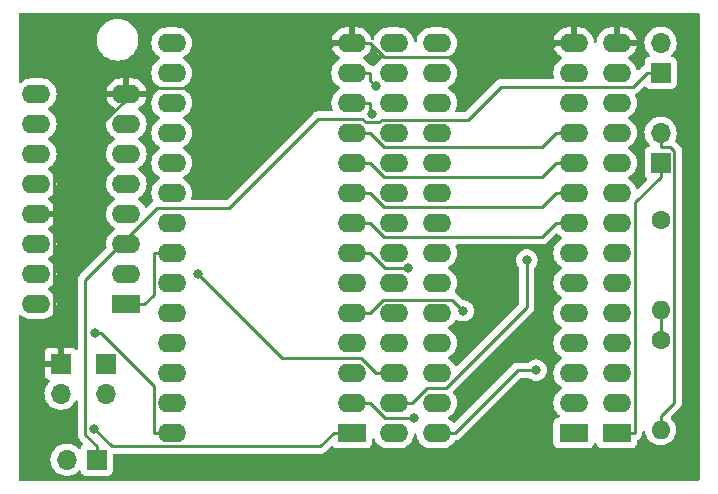
<source format=gbl>
G04 #@! TF.GenerationSoftware,KiCad,Pcbnew,(6.0.5)*
G04 #@! TF.CreationDate,2024-04-20T13:37:25+02:00*
G04 #@! TF.ProjectId,1541-RAMBoard2-FirstBank,31353431-2d52-4414-9d42-6f617264322d,rev?*
G04 #@! TF.SameCoordinates,Original*
G04 #@! TF.FileFunction,Copper,L2,Bot*
G04 #@! TF.FilePolarity,Positive*
%FSLAX46Y46*%
G04 Gerber Fmt 4.6, Leading zero omitted, Abs format (unit mm)*
G04 Created by KiCad (PCBNEW (6.0.5)) date 2024-04-20 13:37:25*
%MOMM*%
%LPD*%
G01*
G04 APERTURE LIST*
G04 #@! TA.AperFunction,ComponentPad*
%ADD10R,1.700000X1.700000*%
G04 #@! TD*
G04 #@! TA.AperFunction,ComponentPad*
%ADD11O,1.700000X1.700000*%
G04 #@! TD*
G04 #@! TA.AperFunction,ComponentPad*
%ADD12R,2.400000X1.600000*%
G04 #@! TD*
G04 #@! TA.AperFunction,ComponentPad*
%ADD13O,2.400000X1.600000*%
G04 #@! TD*
G04 #@! TA.AperFunction,ComponentPad*
%ADD14C,1.600000*%
G04 #@! TD*
G04 #@! TA.AperFunction,ComponentPad*
%ADD15O,1.600000X1.600000*%
G04 #@! TD*
G04 #@! TA.AperFunction,ViaPad*
%ADD16C,0.800000*%
G04 #@! TD*
G04 #@! TA.AperFunction,Conductor*
%ADD17C,0.250000*%
G04 #@! TD*
G04 APERTURE END LIST*
D10*
X113030000Y-115819000D03*
D11*
X113030000Y-118359000D03*
D10*
X116840000Y-115819000D03*
D11*
X116840000Y-118359000D03*
D12*
X156469000Y-121681000D03*
D13*
X156469000Y-119141000D03*
X156469000Y-116601000D03*
X156469000Y-114061000D03*
X156469000Y-111521000D03*
X156469000Y-108981000D03*
X156469000Y-106441000D03*
X156469000Y-103901000D03*
X156469000Y-101361000D03*
X156469000Y-98821000D03*
X156469000Y-96281000D03*
X156469000Y-93741000D03*
X156469000Y-91201000D03*
X156469000Y-88661000D03*
X141229000Y-88661000D03*
X141229000Y-91201000D03*
X141229000Y-93741000D03*
X141229000Y-96281000D03*
X141229000Y-98821000D03*
X141229000Y-101361000D03*
X141229000Y-103901000D03*
X141229000Y-106441000D03*
X141229000Y-108981000D03*
X141229000Y-111521000D03*
X141229000Y-114061000D03*
X141229000Y-116601000D03*
X141229000Y-119141000D03*
X141229000Y-121681000D03*
D12*
X160121000Y-121681000D03*
D13*
X160121000Y-119141000D03*
X160121000Y-116601000D03*
X160121000Y-114061000D03*
X160121000Y-111521000D03*
X160121000Y-108981000D03*
X160121000Y-106441000D03*
X160121000Y-103901000D03*
X160121000Y-101361000D03*
X160121000Y-98821000D03*
X160121000Y-96281000D03*
X160121000Y-93741000D03*
X160121000Y-91201000D03*
X160121000Y-88661000D03*
X144881000Y-88661000D03*
X144881000Y-91201000D03*
X144881000Y-93741000D03*
X144881000Y-96281000D03*
X144881000Y-98821000D03*
X144881000Y-101361000D03*
X144881000Y-103901000D03*
X144881000Y-106441000D03*
X144881000Y-108981000D03*
X144881000Y-111521000D03*
X144881000Y-114061000D03*
X144881000Y-116601000D03*
X144881000Y-119141000D03*
X144881000Y-121681000D03*
D10*
X163830000Y-91186000D03*
D11*
X163830000Y-88646000D03*
D12*
X118608000Y-110754000D03*
D13*
X118608000Y-108214000D03*
X118608000Y-105674000D03*
X118608000Y-103134000D03*
X118608000Y-100594000D03*
X118608000Y-98054000D03*
X118608000Y-95514000D03*
X118608000Y-92974000D03*
X110988000Y-92974000D03*
X110988000Y-95514000D03*
X110988000Y-98054000D03*
X110988000Y-100594000D03*
X110988000Y-103134000D03*
X110988000Y-105674000D03*
X110988000Y-108214000D03*
X110988000Y-110754000D03*
D10*
X163830000Y-98811000D03*
D11*
X163830000Y-96271000D03*
D14*
X163830000Y-103632000D03*
D15*
X163830000Y-111252000D03*
D14*
X163830000Y-113792000D03*
D15*
X163830000Y-121412000D03*
D12*
X137673000Y-121681000D03*
D13*
X137673000Y-119141000D03*
X137673000Y-116601000D03*
X137673000Y-114061000D03*
X137673000Y-111521000D03*
X137673000Y-108981000D03*
X137673000Y-106441000D03*
X137673000Y-103901000D03*
X137673000Y-101361000D03*
X137673000Y-98821000D03*
X137673000Y-96281000D03*
X137673000Y-93741000D03*
X137673000Y-91201000D03*
X137673000Y-88661000D03*
X122433000Y-88661000D03*
X122433000Y-91201000D03*
X122433000Y-93741000D03*
X122433000Y-96281000D03*
X122433000Y-98821000D03*
X122433000Y-101361000D03*
X122433000Y-103901000D03*
X122433000Y-106441000D03*
X122433000Y-108981000D03*
X122433000Y-111521000D03*
X122433000Y-114061000D03*
X122433000Y-116601000D03*
X122433000Y-119141000D03*
X122433000Y-121681000D03*
D10*
X116078000Y-123952000D03*
D11*
X113538000Y-123952000D03*
D16*
X153297000Y-116359100D03*
X115953600Y-113227900D03*
X142937900Y-120411000D03*
X147098500Y-111338200D03*
X142407600Y-107759300D03*
X139357300Y-94660300D03*
X139699500Y-92346100D03*
X124687400Y-108226600D03*
X115854300Y-121306300D03*
X152506400Y-107032400D03*
D17*
X116078000Y-123952000D02*
X116078000Y-122775100D01*
X115118600Y-108729900D02*
X118174500Y-105674000D01*
X138883500Y-95388800D02*
X138591500Y-95096800D01*
X138591500Y-95096800D02*
X134841700Y-95096800D01*
X140008300Y-95388800D02*
X138883500Y-95388800D01*
X147515200Y-95148700D02*
X140248400Y-95148700D01*
X116078000Y-122775100D02*
X115118600Y-121815700D01*
X118608000Y-105674000D02*
X118174500Y-105674000D01*
X150301000Y-92362900D02*
X147515200Y-95148700D01*
X161476200Y-92362900D02*
X150301000Y-92362900D01*
X127307500Y-102631000D02*
X121217500Y-102631000D01*
X163830000Y-91186000D02*
X162653100Y-91186000D01*
X140248400Y-95148700D02*
X140008300Y-95388800D01*
X121217500Y-102631000D02*
X118174500Y-105674000D01*
X134841700Y-95096800D02*
X127307500Y-102631000D01*
X115118600Y-121815700D02*
X115118600Y-108729900D01*
X162653100Y-91186000D02*
X161476200Y-92362900D01*
X146407900Y-121681000D02*
X151729800Y-116359100D01*
X151729800Y-116359100D02*
X153297000Y-116359100D01*
X120906100Y-117706700D02*
X116427300Y-113227900D01*
X120906100Y-121681000D02*
X120906100Y-117706700D01*
X163830000Y-113792000D02*
X163830000Y-111252000D01*
X122433000Y-121681000D02*
X120906100Y-121681000D01*
X116427300Y-113227900D02*
X115953600Y-113227900D01*
X144881000Y-121681000D02*
X146407900Y-121681000D01*
X120602000Y-92506900D02*
X132300200Y-92506900D01*
X120134900Y-92974000D02*
X120602000Y-92506900D01*
X112514900Y-103134000D02*
X112514900Y-114127000D01*
X137673000Y-88661000D02*
X136146100Y-88661000D01*
X156469000Y-88661000D02*
X154942100Y-88661000D01*
X140390400Y-89851500D02*
X153751600Y-89851500D01*
X119041500Y-92974000D02*
X120134900Y-92974000D01*
X113030000Y-115819000D02*
X113030000Y-114642100D01*
X153751600Y-89851500D02*
X154942100Y-88661000D01*
X110988000Y-103134000D02*
X112514900Y-103134000D01*
X118608000Y-92974000D02*
X119041500Y-92974000D01*
X119041500Y-92974000D02*
X112514900Y-99500600D01*
X112514900Y-99500600D02*
X112514900Y-103134000D01*
X139199900Y-88661000D02*
X140390400Y-89851500D01*
X112514900Y-114127000D02*
X113030000Y-114642100D01*
X132300200Y-92506900D02*
X136146100Y-88661000D01*
X137673000Y-88661000D02*
X139199900Y-88661000D01*
X163830000Y-99987900D02*
X161647900Y-102170000D01*
X161647900Y-102170000D02*
X161647900Y-121681000D01*
X163830000Y-98811000D02*
X163830000Y-99987900D01*
X160121000Y-121681000D02*
X161647900Y-121681000D01*
X140469900Y-120411000D02*
X142937900Y-120411000D01*
X139199900Y-119141000D02*
X140469900Y-120411000D01*
X137673000Y-119141000D02*
X139199900Y-119141000D01*
X140326800Y-110394100D02*
X146154400Y-110394100D01*
X146154400Y-110394100D02*
X147098500Y-111338200D01*
X137673000Y-111521000D02*
X139199900Y-111521000D01*
X139199900Y-111521000D02*
X140326800Y-110394100D01*
X139199900Y-106441000D02*
X140518200Y-107759300D01*
X137673000Y-106441000D02*
X139199900Y-106441000D01*
X140518200Y-107759300D02*
X142407600Y-107759300D01*
X153751600Y-105091500D02*
X154942100Y-103901000D01*
X139199900Y-103901000D02*
X140390400Y-105091500D01*
X140390400Y-105091500D02*
X153751600Y-105091500D01*
X137673000Y-103901000D02*
X139199900Y-103901000D01*
X156469000Y-103901000D02*
X154942100Y-103901000D01*
X140390400Y-102551500D02*
X153751600Y-102551500D01*
X139199900Y-101361000D02*
X140390400Y-102551500D01*
X137673000Y-101361000D02*
X139199900Y-101361000D01*
X153751600Y-102551500D02*
X154942100Y-101361000D01*
X156469000Y-101361000D02*
X154942100Y-101361000D01*
X139199900Y-98821000D02*
X140390400Y-100011500D01*
X140390400Y-100011500D02*
X153751600Y-100011500D01*
X137673000Y-98821000D02*
X139199900Y-98821000D01*
X153751600Y-100011500D02*
X154942100Y-98821000D01*
X156469000Y-98821000D02*
X154942100Y-98821000D01*
X156469000Y-96281000D02*
X154942100Y-96281000D01*
X140375400Y-97456500D02*
X153766600Y-97456500D01*
X139199900Y-96281000D02*
X140375400Y-97456500D01*
X153766600Y-97456500D02*
X154942100Y-96281000D01*
X137673000Y-96281000D02*
X139199900Y-96281000D01*
X139199900Y-94502900D02*
X139357300Y-94660300D01*
X137673000Y-93741000D02*
X139199900Y-93741000D01*
X139199900Y-93741000D02*
X139199900Y-94502900D01*
X137673000Y-91201000D02*
X139199900Y-91201000D01*
X139199900Y-91846500D02*
X139699500Y-92346100D01*
X139199900Y-91201000D02*
X139199900Y-91846500D01*
X118608000Y-110754000D02*
X120134900Y-110754000D01*
X120906100Y-106441000D02*
X120906100Y-109982800D01*
X120906100Y-109982800D02*
X120134900Y-110754000D01*
X122433000Y-106441000D02*
X120906100Y-106441000D01*
X124687400Y-108226600D02*
X131791800Y-115331000D01*
X138432100Y-115331000D02*
X139702100Y-116601000D01*
X141229000Y-116601000D02*
X139702100Y-116601000D01*
X131791800Y-115331000D02*
X138432100Y-115331000D01*
X137673000Y-121681000D02*
X136146100Y-121681000D01*
X135019100Y-122808000D02*
X117356000Y-122808000D01*
X136146100Y-121681000D02*
X135019100Y-122808000D01*
X117356000Y-122808000D02*
X115854300Y-121306300D01*
X164639200Y-97447900D02*
X165006900Y-97815600D01*
X163830000Y-97447900D02*
X164639200Y-97447900D01*
X165006900Y-119108200D02*
X163830000Y-120285100D01*
X163830000Y-121412000D02*
X163830000Y-120285100D01*
X163830000Y-96271000D02*
X163830000Y-97447900D01*
X165006900Y-97815600D02*
X165006900Y-119108200D01*
X145661700Y-117871000D02*
X144025900Y-117871000D01*
X141229000Y-119141000D02*
X142755900Y-119141000D01*
X152506400Y-111026300D02*
X145661700Y-117871000D01*
X144025900Y-117871000D02*
X142755900Y-119141000D01*
X152506400Y-107032400D02*
X152506400Y-111026300D01*
G04 #@! TA.AperFunction,Conductor*
G36*
X167073621Y-86126502D02*
G01*
X167120114Y-86180158D01*
X167131500Y-86232500D01*
X167131500Y-125603500D01*
X167111498Y-125671621D01*
X167057842Y-125718114D01*
X167005500Y-125729500D01*
X109600500Y-125729500D01*
X109532379Y-125709498D01*
X109485886Y-125655842D01*
X109474500Y-125603500D01*
X109474500Y-118325695D01*
X111667251Y-118325695D01*
X111667548Y-118330848D01*
X111667548Y-118330851D01*
X111673011Y-118425590D01*
X111680110Y-118548715D01*
X111681247Y-118553761D01*
X111681248Y-118553767D01*
X111688220Y-118584701D01*
X111729222Y-118766639D01*
X111813266Y-118973616D01*
X111833133Y-119006036D01*
X111920291Y-119148265D01*
X111929987Y-119164088D01*
X112076250Y-119332938D01*
X112248126Y-119475632D01*
X112441000Y-119588338D01*
X112445825Y-119590180D01*
X112445826Y-119590181D01*
X112459035Y-119595225D01*
X112649692Y-119668030D01*
X112654760Y-119669061D01*
X112654763Y-119669062D01*
X112762017Y-119690883D01*
X112868597Y-119712567D01*
X112873772Y-119712757D01*
X112873774Y-119712757D01*
X113086673Y-119720564D01*
X113086677Y-119720564D01*
X113091837Y-119720753D01*
X113096957Y-119720097D01*
X113096959Y-119720097D01*
X113308288Y-119693025D01*
X113308289Y-119693025D01*
X113313416Y-119692368D01*
X113318366Y-119690883D01*
X113522429Y-119629661D01*
X113522434Y-119629659D01*
X113527384Y-119628174D01*
X113727994Y-119529896D01*
X113909860Y-119400173D01*
X113917397Y-119392663D01*
X114064435Y-119246137D01*
X114068096Y-119242489D01*
X114076312Y-119231056D01*
X114195435Y-119065277D01*
X114198453Y-119061077D01*
X114246143Y-118964583D01*
X114294256Y-118912376D01*
X114362958Y-118894469D01*
X114430434Y-118916547D01*
X114475262Y-118971601D01*
X114485100Y-119020410D01*
X114485100Y-121736933D01*
X114484573Y-121748116D01*
X114482898Y-121755609D01*
X114483147Y-121763535D01*
X114483147Y-121763536D01*
X114485038Y-121823686D01*
X114485100Y-121827645D01*
X114485100Y-121855556D01*
X114485597Y-121859490D01*
X114485597Y-121859491D01*
X114485605Y-121859556D01*
X114486538Y-121871393D01*
X114487927Y-121915589D01*
X114493578Y-121935039D01*
X114497587Y-121954400D01*
X114500126Y-121974497D01*
X114503045Y-121981868D01*
X114503045Y-121981870D01*
X114516404Y-122015612D01*
X114520249Y-122026842D01*
X114526716Y-122049101D01*
X114532582Y-122069293D01*
X114536615Y-122076112D01*
X114536617Y-122076117D01*
X114542893Y-122086728D01*
X114551588Y-122104476D01*
X114559048Y-122123317D01*
X114563710Y-122129733D01*
X114563710Y-122129734D01*
X114585036Y-122159087D01*
X114591552Y-122169007D01*
X114602844Y-122188100D01*
X114614058Y-122207062D01*
X114628379Y-122221383D01*
X114641219Y-122236416D01*
X114653128Y-122252807D01*
X114665429Y-122262983D01*
X114687205Y-122280998D01*
X114695984Y-122288988D01*
X114922594Y-122515598D01*
X114956620Y-122577910D01*
X114951555Y-122648725D01*
X114909064Y-122705519D01*
X114871920Y-122733357D01*
X114864739Y-122738739D01*
X114777385Y-122855295D01*
X114774233Y-122863703D01*
X114732919Y-122973907D01*
X114690277Y-123030671D01*
X114623716Y-123055371D01*
X114554367Y-123040163D01*
X114521743Y-123014476D01*
X114471151Y-122958875D01*
X114471142Y-122958866D01*
X114467670Y-122955051D01*
X114463619Y-122951852D01*
X114463615Y-122951848D01*
X114296414Y-122819800D01*
X114296410Y-122819798D01*
X114292359Y-122816598D01*
X114096789Y-122708638D01*
X114091920Y-122706914D01*
X114091916Y-122706912D01*
X113891087Y-122635795D01*
X113891083Y-122635794D01*
X113886212Y-122634069D01*
X113881119Y-122633162D01*
X113881116Y-122633161D01*
X113671373Y-122595800D01*
X113671367Y-122595799D01*
X113666284Y-122594894D01*
X113592452Y-122593992D01*
X113448081Y-122592228D01*
X113448079Y-122592228D01*
X113442911Y-122592165D01*
X113222091Y-122625955D01*
X113009756Y-122695357D01*
X112979443Y-122711137D01*
X112835585Y-122786025D01*
X112811607Y-122798507D01*
X112807474Y-122801610D01*
X112807471Y-122801612D01*
X112659168Y-122912961D01*
X112632965Y-122932635D01*
X112576536Y-122991684D01*
X112539280Y-123030671D01*
X112478629Y-123094138D01*
X112352743Y-123278680D01*
X112326578Y-123335048D01*
X112271880Y-123452886D01*
X112258688Y-123481305D01*
X112198989Y-123696570D01*
X112175251Y-123918695D01*
X112188110Y-124141715D01*
X112189247Y-124146761D01*
X112189248Y-124146767D01*
X112213304Y-124253508D01*
X112237222Y-124359639D01*
X112321266Y-124566616D01*
X112437987Y-124757088D01*
X112584250Y-124925938D01*
X112756126Y-125068632D01*
X112949000Y-125181338D01*
X113157692Y-125261030D01*
X113162760Y-125262061D01*
X113162763Y-125262062D01*
X113270017Y-125283883D01*
X113376597Y-125305567D01*
X113381772Y-125305757D01*
X113381774Y-125305757D01*
X113594673Y-125313564D01*
X113594677Y-125313564D01*
X113599837Y-125313753D01*
X113604957Y-125313097D01*
X113604959Y-125313097D01*
X113816288Y-125286025D01*
X113816289Y-125286025D01*
X113821416Y-125285368D01*
X113826366Y-125283883D01*
X114030429Y-125222661D01*
X114030434Y-125222659D01*
X114035384Y-125221174D01*
X114235994Y-125122896D01*
X114417860Y-124993173D01*
X114526091Y-124885319D01*
X114588462Y-124851404D01*
X114659268Y-124856592D01*
X114716030Y-124899238D01*
X114733012Y-124930341D01*
X114777385Y-125048705D01*
X114864739Y-125165261D01*
X114981295Y-125252615D01*
X115117684Y-125303745D01*
X115179866Y-125310500D01*
X116976134Y-125310500D01*
X117038316Y-125303745D01*
X117174705Y-125252615D01*
X117291261Y-125165261D01*
X117378615Y-125048705D01*
X117429745Y-124912316D01*
X117436500Y-124850134D01*
X117436500Y-123567500D01*
X117456502Y-123499379D01*
X117510158Y-123452886D01*
X117562500Y-123441500D01*
X134940333Y-123441500D01*
X134951516Y-123442027D01*
X134959009Y-123443702D01*
X134966935Y-123443453D01*
X134966936Y-123443453D01*
X135027086Y-123441562D01*
X135031045Y-123441500D01*
X135058956Y-123441500D01*
X135062891Y-123441003D01*
X135062956Y-123440995D01*
X135074793Y-123440062D01*
X135107051Y-123439048D01*
X135111070Y-123438922D01*
X135118989Y-123438673D01*
X135138443Y-123433021D01*
X135157800Y-123429013D01*
X135170030Y-123427468D01*
X135170031Y-123427468D01*
X135177897Y-123426474D01*
X135185268Y-123423555D01*
X135185270Y-123423555D01*
X135219012Y-123410196D01*
X135230242Y-123406351D01*
X135265083Y-123396229D01*
X135265084Y-123396229D01*
X135272693Y-123394018D01*
X135279512Y-123389985D01*
X135279517Y-123389983D01*
X135290128Y-123383707D01*
X135307876Y-123375012D01*
X135326717Y-123367552D01*
X135362487Y-123341564D01*
X135372407Y-123335048D01*
X135403635Y-123316580D01*
X135403638Y-123316578D01*
X135410462Y-123312542D01*
X135424783Y-123298221D01*
X135439817Y-123285380D01*
X135442577Y-123283375D01*
X135456207Y-123273472D01*
X135484398Y-123239395D01*
X135492388Y-123230616D01*
X135908018Y-122814986D01*
X135970330Y-122780960D01*
X136041145Y-122786025D01*
X136097939Y-122828516D01*
X136109739Y-122844261D01*
X136226295Y-122931615D01*
X136362684Y-122982745D01*
X136424866Y-122989500D01*
X138921134Y-122989500D01*
X138983316Y-122982745D01*
X139119705Y-122931615D01*
X139236261Y-122844261D01*
X139323615Y-122727705D01*
X139374745Y-122591316D01*
X139381500Y-122529134D01*
X139381500Y-122241350D01*
X139401502Y-122173229D01*
X139455158Y-122126736D01*
X139525432Y-122116632D01*
X139590012Y-122146126D01*
X139621695Y-122188100D01*
X139689151Y-122332762D01*
X139689154Y-122332767D01*
X139691477Y-122337749D01*
X139747808Y-122418198D01*
X139816009Y-122515598D01*
X139822802Y-122525300D01*
X139984700Y-122687198D01*
X139989208Y-122690355D01*
X139989211Y-122690357D01*
X140010865Y-122705519D01*
X140172251Y-122818523D01*
X140177233Y-122820846D01*
X140177238Y-122820849D01*
X140251109Y-122855295D01*
X140379757Y-122915284D01*
X140385065Y-122916706D01*
X140385067Y-122916707D01*
X140595598Y-122973119D01*
X140595600Y-122973119D01*
X140600913Y-122974543D01*
X140694663Y-122982745D01*
X140769149Y-122989262D01*
X140769156Y-122989262D01*
X140771873Y-122989500D01*
X141686127Y-122989500D01*
X141688844Y-122989262D01*
X141688851Y-122989262D01*
X141763337Y-122982745D01*
X141857087Y-122974543D01*
X141862400Y-122973119D01*
X141862402Y-122973119D01*
X142072933Y-122916707D01*
X142072935Y-122916706D01*
X142078243Y-122915284D01*
X142206891Y-122855295D01*
X142280762Y-122820849D01*
X142280767Y-122820846D01*
X142285749Y-122818523D01*
X142447135Y-122705519D01*
X142468789Y-122690357D01*
X142468792Y-122690355D01*
X142473300Y-122687198D01*
X142635198Y-122525300D01*
X142641992Y-122515598D01*
X142710192Y-122418198D01*
X142766523Y-122337749D01*
X142768846Y-122332767D01*
X142768849Y-122332762D01*
X142860961Y-122135225D01*
X142860961Y-122135224D01*
X142863284Y-122130243D01*
X142868067Y-122112395D01*
X142921119Y-121914402D01*
X142921120Y-121914399D01*
X142922543Y-121909087D01*
X142929479Y-121829808D01*
X142955343Y-121763690D01*
X143012846Y-121722051D01*
X143083733Y-121718110D01*
X143145498Y-121753119D01*
X143178530Y-121815964D01*
X143180521Y-121829808D01*
X143187457Y-121909087D01*
X143188880Y-121914399D01*
X143188881Y-121914402D01*
X143241934Y-122112395D01*
X143246716Y-122130243D01*
X143249039Y-122135224D01*
X143249039Y-122135225D01*
X143341151Y-122332762D01*
X143341154Y-122332767D01*
X143343477Y-122337749D01*
X143399808Y-122418198D01*
X143468009Y-122515598D01*
X143474802Y-122525300D01*
X143636700Y-122687198D01*
X143641208Y-122690355D01*
X143641211Y-122690357D01*
X143662865Y-122705519D01*
X143824251Y-122818523D01*
X143829233Y-122820846D01*
X143829238Y-122820849D01*
X143903109Y-122855295D01*
X144031757Y-122915284D01*
X144037065Y-122916706D01*
X144037067Y-122916707D01*
X144247598Y-122973119D01*
X144247600Y-122973119D01*
X144252913Y-122974543D01*
X144346663Y-122982745D01*
X144421149Y-122989262D01*
X144421156Y-122989262D01*
X144423873Y-122989500D01*
X145338127Y-122989500D01*
X145340844Y-122989262D01*
X145340851Y-122989262D01*
X145415337Y-122982745D01*
X145509087Y-122974543D01*
X145514400Y-122973119D01*
X145514402Y-122973119D01*
X145724933Y-122916707D01*
X145724935Y-122916706D01*
X145730243Y-122915284D01*
X145858891Y-122855295D01*
X145932762Y-122820849D01*
X145932767Y-122820846D01*
X145937749Y-122818523D01*
X146099135Y-122705519D01*
X146120789Y-122690357D01*
X146120792Y-122690355D01*
X146125300Y-122687198D01*
X146287198Y-122525300D01*
X146293992Y-122515598D01*
X146362192Y-122418198D01*
X146398994Y-122365639D01*
X146454450Y-122321312D01*
X146492056Y-122313293D01*
X146492035Y-122313163D01*
X146494490Y-122312774D01*
X146498247Y-122311973D01*
X146499870Y-122311922D01*
X146507789Y-122311673D01*
X146527243Y-122306021D01*
X146546600Y-122302013D01*
X146558830Y-122300468D01*
X146558831Y-122300468D01*
X146566697Y-122299474D01*
X146574068Y-122296555D01*
X146574070Y-122296555D01*
X146607812Y-122283196D01*
X146619042Y-122279351D01*
X146653883Y-122269229D01*
X146653884Y-122269229D01*
X146661493Y-122267018D01*
X146668312Y-122262985D01*
X146668317Y-122262983D01*
X146678928Y-122256707D01*
X146696676Y-122248012D01*
X146715517Y-122240552D01*
X146751287Y-122214564D01*
X146761207Y-122208048D01*
X146792435Y-122189580D01*
X146792438Y-122189578D01*
X146799262Y-122185542D01*
X146813583Y-122171221D01*
X146828617Y-122158380D01*
X146838594Y-122151131D01*
X146845007Y-122146472D01*
X146873198Y-122112395D01*
X146881188Y-122103616D01*
X151955299Y-117029505D01*
X152017611Y-116995479D01*
X152044394Y-116992600D01*
X152588800Y-116992600D01*
X152656921Y-117012602D01*
X152676147Y-117028943D01*
X152676420Y-117028640D01*
X152681332Y-117033063D01*
X152685747Y-117037966D01*
X152695336Y-117044933D01*
X152753183Y-117086961D01*
X152840248Y-117150218D01*
X152846276Y-117152902D01*
X152846278Y-117152903D01*
X152996276Y-117219686D01*
X153014712Y-117227894D01*
X153108113Y-117247747D01*
X153195056Y-117266228D01*
X153195061Y-117266228D01*
X153201513Y-117267600D01*
X153392487Y-117267600D01*
X153398939Y-117266228D01*
X153398944Y-117266228D01*
X153485887Y-117247747D01*
X153579288Y-117227894D01*
X153597724Y-117219686D01*
X153747722Y-117152903D01*
X153747724Y-117152902D01*
X153753752Y-117150218D01*
X153908253Y-117037966D01*
X153944315Y-116997915D01*
X154031621Y-116900952D01*
X154031622Y-116900951D01*
X154036040Y-116896044D01*
X154131527Y-116730656D01*
X154190542Y-116549028D01*
X154210504Y-116359100D01*
X154190542Y-116169172D01*
X154131527Y-115987544D01*
X154110486Y-115951099D01*
X154081291Y-115900533D01*
X154036040Y-115822156D01*
X154019881Y-115804209D01*
X153912675Y-115685145D01*
X153912674Y-115685144D01*
X153908253Y-115680234D01*
X153796023Y-115598694D01*
X153759094Y-115571863D01*
X153759093Y-115571862D01*
X153753752Y-115567982D01*
X153747724Y-115565298D01*
X153747722Y-115565297D01*
X153585319Y-115492991D01*
X153585318Y-115492991D01*
X153579288Y-115490306D01*
X153467921Y-115466634D01*
X153398944Y-115451972D01*
X153398939Y-115451972D01*
X153392487Y-115450600D01*
X153201513Y-115450600D01*
X153195061Y-115451972D01*
X153195056Y-115451972D01*
X153126079Y-115466634D01*
X153014712Y-115490306D01*
X153008682Y-115492991D01*
X153008681Y-115492991D01*
X152846278Y-115565297D01*
X152846276Y-115565298D01*
X152840248Y-115567982D01*
X152834907Y-115571862D01*
X152834906Y-115571863D01*
X152797977Y-115598694D01*
X152685747Y-115680234D01*
X152681332Y-115685137D01*
X152676420Y-115689560D01*
X152675295Y-115688311D01*
X152621986Y-115721151D01*
X152588800Y-115725600D01*
X151808567Y-115725600D01*
X151797384Y-115725073D01*
X151789891Y-115723398D01*
X151781965Y-115723647D01*
X151781964Y-115723647D01*
X151721814Y-115725538D01*
X151717855Y-115725600D01*
X151689944Y-115725600D01*
X151686010Y-115726097D01*
X151686009Y-115726097D01*
X151685944Y-115726105D01*
X151674107Y-115727038D01*
X151642290Y-115728038D01*
X151637829Y-115728178D01*
X151629910Y-115728427D01*
X151617501Y-115732032D01*
X151610458Y-115734078D01*
X151591106Y-115738086D01*
X151584035Y-115738980D01*
X151571003Y-115740626D01*
X151563634Y-115743543D01*
X151563632Y-115743544D01*
X151529897Y-115756900D01*
X151518669Y-115760745D01*
X151476207Y-115773082D01*
X151469385Y-115777116D01*
X151469379Y-115777119D01*
X151458768Y-115783394D01*
X151441018Y-115792090D01*
X151429556Y-115796628D01*
X151429551Y-115796631D01*
X151422183Y-115799548D01*
X151404770Y-115812199D01*
X151386425Y-115825527D01*
X151376507Y-115832043D01*
X151359403Y-115842159D01*
X151338437Y-115854558D01*
X151324113Y-115868882D01*
X151309081Y-115881721D01*
X151292693Y-115893628D01*
X151270149Y-115920879D01*
X151264512Y-115927693D01*
X151256522Y-115936473D01*
X146410840Y-120782155D01*
X146348530Y-120816180D01*
X146277715Y-120811115D01*
X146232652Y-120782154D01*
X146125300Y-120674802D01*
X146120792Y-120671645D01*
X146120789Y-120671643D01*
X145978785Y-120572211D01*
X145937749Y-120543477D01*
X145932767Y-120541154D01*
X145932762Y-120541151D01*
X145898543Y-120525195D01*
X145845258Y-120478278D01*
X145825797Y-120410001D01*
X145846339Y-120342041D01*
X145898543Y-120296805D01*
X145932762Y-120280849D01*
X145932767Y-120280846D01*
X145937749Y-120278523D01*
X146053620Y-120197389D01*
X146120789Y-120150357D01*
X146120792Y-120150355D01*
X146125300Y-120147198D01*
X146287198Y-119985300D01*
X146299780Y-119967332D01*
X146371202Y-119865330D01*
X146418523Y-119797749D01*
X146420846Y-119792767D01*
X146420849Y-119792762D01*
X146512961Y-119595225D01*
X146512961Y-119595224D01*
X146515284Y-119590243D01*
X146542162Y-119489936D01*
X146573119Y-119374402D01*
X146573119Y-119374400D01*
X146574543Y-119369087D01*
X146594498Y-119141000D01*
X146574543Y-118912913D01*
X146561826Y-118865453D01*
X146516707Y-118697067D01*
X146516706Y-118697065D01*
X146515284Y-118691757D01*
X146468481Y-118591386D01*
X146420849Y-118489238D01*
X146420846Y-118489233D01*
X146418523Y-118484251D01*
X146287198Y-118296700D01*
X146288054Y-118296100D01*
X146261754Y-118236004D01*
X146272972Y-118165899D01*
X146297645Y-118130959D01*
X152898647Y-111529957D01*
X152906937Y-111522413D01*
X152913418Y-111518300D01*
X152960059Y-111468632D01*
X152962813Y-111465791D01*
X152982535Y-111446069D01*
X152985012Y-111442876D01*
X152992717Y-111433855D01*
X153017559Y-111407400D01*
X153022986Y-111401621D01*
X153032269Y-111384735D01*
X153032746Y-111383868D01*
X153043602Y-111367341D01*
X153051157Y-111357602D01*
X153051158Y-111357600D01*
X153056014Y-111351340D01*
X153073574Y-111310760D01*
X153078791Y-111300112D01*
X153096275Y-111268309D01*
X153096276Y-111268307D01*
X153100095Y-111261360D01*
X153102499Y-111252000D01*
X153105133Y-111241738D01*
X153111537Y-111223034D01*
X153116433Y-111211720D01*
X153116433Y-111211719D01*
X153119581Y-111204445D01*
X153120820Y-111196622D01*
X153120823Y-111196612D01*
X153126499Y-111160776D01*
X153128905Y-111149156D01*
X153137928Y-111114011D01*
X153137928Y-111114010D01*
X153139900Y-111106330D01*
X153139900Y-111086076D01*
X153141451Y-111066365D01*
X153143380Y-111054186D01*
X153144620Y-111046357D01*
X153140459Y-111002338D01*
X153139900Y-110990481D01*
X153139900Y-107734924D01*
X153159902Y-107666803D01*
X153172258Y-107650621D01*
X153245440Y-107569344D01*
X153306357Y-107463833D01*
X153337623Y-107409679D01*
X153337624Y-107409678D01*
X153340927Y-107403956D01*
X153399942Y-107222328D01*
X153414856Y-107080434D01*
X153419214Y-107038965D01*
X153419904Y-107032400D01*
X153414139Y-106977545D01*
X153400632Y-106849035D01*
X153400632Y-106849033D01*
X153399942Y-106842472D01*
X153340927Y-106660844D01*
X153320864Y-106626093D01*
X153258576Y-106518209D01*
X153245440Y-106495456D01*
X153201338Y-106446475D01*
X153122075Y-106358445D01*
X153122074Y-106358444D01*
X153117653Y-106353534D01*
X152963152Y-106241282D01*
X152957124Y-106238598D01*
X152957122Y-106238597D01*
X152794719Y-106166291D01*
X152794718Y-106166291D01*
X152788688Y-106163606D01*
X152695287Y-106143753D01*
X152608344Y-106125272D01*
X152608339Y-106125272D01*
X152601887Y-106123900D01*
X152410913Y-106123900D01*
X152404461Y-106125272D01*
X152404456Y-106125272D01*
X152317512Y-106143753D01*
X152224112Y-106163606D01*
X152218082Y-106166291D01*
X152218081Y-106166291D01*
X152055678Y-106238597D01*
X152055676Y-106238598D01*
X152049648Y-106241282D01*
X151895147Y-106353534D01*
X151890726Y-106358444D01*
X151890725Y-106358445D01*
X151811463Y-106446475D01*
X151767360Y-106495456D01*
X151754224Y-106518209D01*
X151691937Y-106626093D01*
X151671873Y-106660844D01*
X151612858Y-106842472D01*
X151612168Y-106849033D01*
X151612168Y-106849035D01*
X151598661Y-106977545D01*
X151592896Y-107032400D01*
X151593586Y-107038965D01*
X151597945Y-107080434D01*
X151612858Y-107222328D01*
X151671873Y-107403956D01*
X151675176Y-107409678D01*
X151675177Y-107409679D01*
X151706443Y-107463833D01*
X151767360Y-107569344D01*
X151840537Y-107650615D01*
X151871253Y-107714621D01*
X151872900Y-107734924D01*
X151872900Y-110711706D01*
X151852898Y-110779827D01*
X151835995Y-110800801D01*
X146632907Y-116003888D01*
X146570595Y-116037914D01*
X146499780Y-116032849D01*
X146442944Y-115990302D01*
X146429617Y-115968043D01*
X146427046Y-115962528D01*
X146418523Y-115944251D01*
X146329594Y-115817248D01*
X146290357Y-115761211D01*
X146290355Y-115761208D01*
X146287198Y-115756700D01*
X146125300Y-115594802D01*
X146120792Y-115591645D01*
X146120789Y-115591643D01*
X145979899Y-115492991D01*
X145937749Y-115463477D01*
X145932767Y-115461154D01*
X145932762Y-115461151D01*
X145898543Y-115445195D01*
X145845258Y-115398278D01*
X145825797Y-115330001D01*
X145846339Y-115262041D01*
X145898543Y-115216805D01*
X145932762Y-115200849D01*
X145932767Y-115200846D01*
X145937749Y-115198523D01*
X146099101Y-115085543D01*
X146120789Y-115070357D01*
X146120792Y-115070355D01*
X146125300Y-115067198D01*
X146287198Y-114905300D01*
X146324944Y-114851394D01*
X146362192Y-114798198D01*
X146418523Y-114717749D01*
X146420846Y-114712767D01*
X146420849Y-114712762D01*
X146512961Y-114515225D01*
X146512961Y-114515224D01*
X146515284Y-114510243D01*
X146528479Y-114461001D01*
X146573119Y-114294402D01*
X146573119Y-114294400D01*
X146574543Y-114289087D01*
X146594498Y-114061000D01*
X146574543Y-113832913D01*
X146515284Y-113611757D01*
X146506700Y-113593348D01*
X146420849Y-113409238D01*
X146420846Y-113409233D01*
X146418523Y-113404251D01*
X146287198Y-113216700D01*
X146125300Y-113054802D01*
X146120792Y-113051645D01*
X146120789Y-113051643D01*
X145978785Y-112952211D01*
X145937749Y-112923477D01*
X145932767Y-112921154D01*
X145932762Y-112921151D01*
X145898543Y-112905195D01*
X145845258Y-112858278D01*
X145825797Y-112790001D01*
X145846339Y-112722041D01*
X145898543Y-112676805D01*
X145932762Y-112660849D01*
X145932767Y-112660846D01*
X145937749Y-112658523D01*
X146099655Y-112545155D01*
X146120789Y-112530357D01*
X146120792Y-112530355D01*
X146125300Y-112527198D01*
X146287198Y-112365300D01*
X146418523Y-112177749D01*
X146427284Y-112158961D01*
X146474200Y-112105677D01*
X146542477Y-112086216D01*
X146615539Y-112110276D01*
X146628030Y-112119351D01*
X146641748Y-112129318D01*
X146647776Y-112132002D01*
X146647778Y-112132003D01*
X146785679Y-112193400D01*
X146816212Y-112206994D01*
X146909612Y-112226847D01*
X146996556Y-112245328D01*
X146996561Y-112245328D01*
X147003013Y-112246700D01*
X147193987Y-112246700D01*
X147200439Y-112245328D01*
X147200444Y-112245328D01*
X147287388Y-112226847D01*
X147380788Y-112206994D01*
X147411321Y-112193400D01*
X147549222Y-112132003D01*
X147549224Y-112132002D01*
X147555252Y-112129318D01*
X147568971Y-112119351D01*
X147647546Y-112062262D01*
X147709753Y-112017066D01*
X147720964Y-112004615D01*
X147833121Y-111880052D01*
X147833122Y-111880051D01*
X147837540Y-111875144D01*
X147913483Y-111743607D01*
X147929723Y-111715479D01*
X147929724Y-111715478D01*
X147933027Y-111709756D01*
X147992042Y-111528128D01*
X148000996Y-111442941D01*
X148011314Y-111344765D01*
X148012004Y-111338200D01*
X148002944Y-111252000D01*
X147992732Y-111154835D01*
X147992732Y-111154833D01*
X147992042Y-111148272D01*
X147933027Y-110966644D01*
X147837540Y-110801256D01*
X147725390Y-110676700D01*
X147714175Y-110664245D01*
X147714174Y-110664244D01*
X147709753Y-110659334D01*
X147555252Y-110547082D01*
X147549224Y-110544398D01*
X147549222Y-110544397D01*
X147386819Y-110472091D01*
X147386818Y-110472091D01*
X147380788Y-110469406D01*
X147287388Y-110449553D01*
X147200444Y-110431072D01*
X147200439Y-110431072D01*
X147193987Y-110429700D01*
X147138095Y-110429700D01*
X147069974Y-110409698D01*
X147049000Y-110392795D01*
X146658052Y-110001847D01*
X146650512Y-109993561D01*
X146646400Y-109987082D01*
X146596748Y-109940456D01*
X146593907Y-109937702D01*
X146574170Y-109917965D01*
X146570973Y-109915485D01*
X146561951Y-109907780D01*
X146559846Y-109905803D01*
X146529721Y-109877514D01*
X146522775Y-109873695D01*
X146522772Y-109873693D01*
X146511966Y-109867752D01*
X146495447Y-109856901D01*
X146488535Y-109851540D01*
X146479441Y-109844486D01*
X146472172Y-109841341D01*
X146472168Y-109841338D01*
X146463379Y-109837535D01*
X146408804Y-109792125D01*
X146387444Y-109724417D01*
X146406080Y-109655910D01*
X146410206Y-109649628D01*
X146415363Y-109642263D01*
X146415366Y-109642257D01*
X146418523Y-109637749D01*
X146420846Y-109632767D01*
X146420849Y-109632762D01*
X146512961Y-109435225D01*
X146512961Y-109435224D01*
X146515284Y-109430243D01*
X146516999Y-109423845D01*
X146573119Y-109214402D01*
X146573119Y-109214400D01*
X146574543Y-109209087D01*
X146594498Y-108981000D01*
X146574543Y-108752913D01*
X146565117Y-108717735D01*
X146516707Y-108537067D01*
X146516706Y-108537065D01*
X146515284Y-108531757D01*
X146501649Y-108502516D01*
X146420849Y-108329238D01*
X146420846Y-108329233D01*
X146418523Y-108324251D01*
X146332846Y-108201892D01*
X146290357Y-108141211D01*
X146290355Y-108141208D01*
X146287198Y-108136700D01*
X146125300Y-107974802D01*
X146120792Y-107971645D01*
X146120789Y-107971643D01*
X146042611Y-107916902D01*
X145937749Y-107843477D01*
X145932767Y-107841154D01*
X145932762Y-107841151D01*
X145898543Y-107825195D01*
X145845258Y-107778278D01*
X145825797Y-107710001D01*
X145846339Y-107642041D01*
X145898543Y-107596805D01*
X145932762Y-107580849D01*
X145932767Y-107580846D01*
X145937749Y-107578523D01*
X146115973Y-107453729D01*
X146120789Y-107450357D01*
X146120792Y-107450355D01*
X146125300Y-107447198D01*
X146287198Y-107285300D01*
X146290361Y-107280784D01*
X146415366Y-107102257D01*
X146418523Y-107097749D01*
X146420846Y-107092767D01*
X146420849Y-107092762D01*
X146512961Y-106895225D01*
X146512961Y-106895224D01*
X146515284Y-106890243D01*
X146519358Y-106875041D01*
X146573119Y-106674402D01*
X146573120Y-106674399D01*
X146574543Y-106669087D01*
X146594498Y-106441000D01*
X146574543Y-106212913D01*
X146551851Y-106128225D01*
X146516707Y-105997067D01*
X146516706Y-105997065D01*
X146515284Y-105991757D01*
X146503972Y-105967497D01*
X146474479Y-105904250D01*
X146463818Y-105834058D01*
X146492798Y-105769245D01*
X146552218Y-105730389D01*
X146588674Y-105725000D01*
X153672833Y-105725000D01*
X153684016Y-105725527D01*
X153691509Y-105727202D01*
X153699435Y-105726953D01*
X153699436Y-105726953D01*
X153759586Y-105725062D01*
X153763545Y-105725000D01*
X153791456Y-105725000D01*
X153795391Y-105724503D01*
X153795456Y-105724495D01*
X153807293Y-105723562D01*
X153839551Y-105722548D01*
X153843570Y-105722422D01*
X153851489Y-105722173D01*
X153870943Y-105716521D01*
X153890300Y-105712513D01*
X153902530Y-105710968D01*
X153902531Y-105710968D01*
X153910397Y-105709974D01*
X153917768Y-105707055D01*
X153917770Y-105707055D01*
X153951512Y-105693696D01*
X153962742Y-105689851D01*
X153997583Y-105679729D01*
X153997584Y-105679729D01*
X154005193Y-105677518D01*
X154012012Y-105673485D01*
X154012017Y-105673483D01*
X154022628Y-105667207D01*
X154040376Y-105658512D01*
X154059217Y-105651052D01*
X154094987Y-105625064D01*
X154104907Y-105618548D01*
X154136135Y-105600080D01*
X154136138Y-105600078D01*
X154142962Y-105596042D01*
X154157283Y-105581721D01*
X154172317Y-105568880D01*
X154182294Y-105561631D01*
X154188707Y-105556972D01*
X154216898Y-105522895D01*
X154224888Y-105514116D01*
X154939158Y-104799846D01*
X155001470Y-104765820D01*
X155072285Y-104770885D01*
X155117348Y-104799846D01*
X155224700Y-104907198D01*
X155229208Y-104910355D01*
X155229211Y-104910357D01*
X155250899Y-104925543D01*
X155412251Y-105038523D01*
X155417233Y-105040846D01*
X155417238Y-105040849D01*
X155451457Y-105056805D01*
X155504742Y-105103722D01*
X155524203Y-105171999D01*
X155503661Y-105239959D01*
X155451457Y-105285195D01*
X155417238Y-105301151D01*
X155417233Y-105301154D01*
X155412251Y-105303477D01*
X155307389Y-105376902D01*
X155229211Y-105431643D01*
X155229208Y-105431645D01*
X155224700Y-105434802D01*
X155062802Y-105596700D01*
X155059645Y-105601208D01*
X155059643Y-105601211D01*
X155024744Y-105651052D01*
X154931477Y-105784251D01*
X154929154Y-105789233D01*
X154929151Y-105789238D01*
X154842284Y-105975528D01*
X154834716Y-105991757D01*
X154833294Y-105997065D01*
X154833293Y-105997067D01*
X154798149Y-106128225D01*
X154775457Y-106212913D01*
X154755502Y-106441000D01*
X154775457Y-106669087D01*
X154776880Y-106674399D01*
X154776881Y-106674402D01*
X154830643Y-106875041D01*
X154834716Y-106890243D01*
X154837039Y-106895224D01*
X154837039Y-106895225D01*
X154929151Y-107092762D01*
X154929154Y-107092767D01*
X154931477Y-107097749D01*
X154934634Y-107102257D01*
X155059640Y-107280784D01*
X155062802Y-107285300D01*
X155224700Y-107447198D01*
X155229208Y-107450355D01*
X155229211Y-107450357D01*
X155234027Y-107453729D01*
X155412251Y-107578523D01*
X155417233Y-107580846D01*
X155417238Y-107580849D01*
X155451457Y-107596805D01*
X155504742Y-107643722D01*
X155524203Y-107711999D01*
X155503661Y-107779959D01*
X155451457Y-107825195D01*
X155417238Y-107841151D01*
X155417233Y-107841154D01*
X155412251Y-107843477D01*
X155307389Y-107916902D01*
X155229211Y-107971643D01*
X155229208Y-107971645D01*
X155224700Y-107974802D01*
X155062802Y-108136700D01*
X155059645Y-108141208D01*
X155059643Y-108141211D01*
X155017154Y-108201892D01*
X154931477Y-108324251D01*
X154929154Y-108329233D01*
X154929151Y-108329238D01*
X154848351Y-108502516D01*
X154834716Y-108531757D01*
X154833294Y-108537065D01*
X154833293Y-108537067D01*
X154784883Y-108717735D01*
X154775457Y-108752913D01*
X154755502Y-108981000D01*
X154775457Y-109209087D01*
X154776881Y-109214400D01*
X154776881Y-109214402D01*
X154833002Y-109423845D01*
X154834716Y-109430243D01*
X154837039Y-109435224D01*
X154837039Y-109435225D01*
X154929151Y-109632762D01*
X154929154Y-109632767D01*
X154931477Y-109637749D01*
X154975142Y-109700109D01*
X155039573Y-109792125D01*
X155062802Y-109825300D01*
X155224700Y-109987198D01*
X155229208Y-109990355D01*
X155229211Y-109990357D01*
X155307389Y-110045098D01*
X155412251Y-110118523D01*
X155417233Y-110120846D01*
X155417238Y-110120849D01*
X155451457Y-110136805D01*
X155504742Y-110183722D01*
X155524203Y-110251999D01*
X155503661Y-110319959D01*
X155451457Y-110365195D01*
X155417238Y-110381151D01*
X155417233Y-110381154D01*
X155412251Y-110383477D01*
X155307389Y-110456902D01*
X155229211Y-110511643D01*
X155229208Y-110511645D01*
X155224700Y-110514802D01*
X155062802Y-110676700D01*
X154931477Y-110864251D01*
X154929154Y-110869233D01*
X154929151Y-110869238D01*
X154843300Y-111053348D01*
X154834716Y-111071757D01*
X154833294Y-111077065D01*
X154833293Y-111077067D01*
X154783586Y-111262576D01*
X154775457Y-111292913D01*
X154755502Y-111521000D01*
X154775457Y-111749087D01*
X154776881Y-111754400D01*
X154776881Y-111754402D01*
X154819447Y-111913257D01*
X154834716Y-111970243D01*
X154837039Y-111975224D01*
X154837039Y-111975225D01*
X154929151Y-112172762D01*
X154929154Y-112172767D01*
X154931477Y-112177749D01*
X155062802Y-112365300D01*
X155224700Y-112527198D01*
X155229208Y-112530355D01*
X155229211Y-112530357D01*
X155250345Y-112545155D01*
X155412251Y-112658523D01*
X155417233Y-112660846D01*
X155417238Y-112660849D01*
X155451457Y-112676805D01*
X155504742Y-112723722D01*
X155524203Y-112791999D01*
X155503661Y-112859959D01*
X155451457Y-112905195D01*
X155417238Y-112921151D01*
X155417233Y-112921154D01*
X155412251Y-112923477D01*
X155371215Y-112952211D01*
X155229211Y-113051643D01*
X155229208Y-113051645D01*
X155224700Y-113054802D01*
X155062802Y-113216700D01*
X154931477Y-113404251D01*
X154929154Y-113409233D01*
X154929151Y-113409238D01*
X154843300Y-113593348D01*
X154834716Y-113611757D01*
X154775457Y-113832913D01*
X154755502Y-114061000D01*
X154775457Y-114289087D01*
X154776881Y-114294400D01*
X154776881Y-114294402D01*
X154821522Y-114461001D01*
X154834716Y-114510243D01*
X154837039Y-114515224D01*
X154837039Y-114515225D01*
X154929151Y-114712762D01*
X154929154Y-114712767D01*
X154931477Y-114717749D01*
X154987808Y-114798198D01*
X155025057Y-114851394D01*
X155062802Y-114905300D01*
X155224700Y-115067198D01*
X155229208Y-115070355D01*
X155229211Y-115070357D01*
X155250899Y-115085543D01*
X155412251Y-115198523D01*
X155417233Y-115200846D01*
X155417238Y-115200849D01*
X155451457Y-115216805D01*
X155504742Y-115263722D01*
X155524203Y-115331999D01*
X155503661Y-115399959D01*
X155451457Y-115445195D01*
X155417238Y-115461151D01*
X155417233Y-115461154D01*
X155412251Y-115463477D01*
X155370101Y-115492991D01*
X155229211Y-115591643D01*
X155229208Y-115591645D01*
X155224700Y-115594802D01*
X155062802Y-115756700D01*
X155059645Y-115761208D01*
X155059643Y-115761211D01*
X155025755Y-115809608D01*
X154931477Y-115944251D01*
X154929155Y-115949231D01*
X154929151Y-115949238D01*
X154854374Y-116109599D01*
X154834716Y-116151757D01*
X154833294Y-116157065D01*
X154833293Y-116157067D01*
X154828291Y-116175735D01*
X154775457Y-116372913D01*
X154755502Y-116601000D01*
X154775457Y-116829087D01*
X154776881Y-116834400D01*
X154776881Y-116834402D01*
X154830084Y-117032955D01*
X154834716Y-117050243D01*
X154837039Y-117055224D01*
X154837039Y-117055225D01*
X154929151Y-117252762D01*
X154929154Y-117252767D01*
X154931477Y-117257749D01*
X155062802Y-117445300D01*
X155224700Y-117607198D01*
X155229208Y-117610355D01*
X155229211Y-117610357D01*
X155307389Y-117665098D01*
X155412251Y-117738523D01*
X155417233Y-117740846D01*
X155417238Y-117740849D01*
X155451457Y-117756805D01*
X155504742Y-117803722D01*
X155524203Y-117871999D01*
X155503661Y-117939959D01*
X155451457Y-117985195D01*
X155417238Y-118001151D01*
X155417233Y-118001154D01*
X155412251Y-118003477D01*
X155386806Y-118021294D01*
X155229211Y-118131643D01*
X155229208Y-118131645D01*
X155224700Y-118134802D01*
X155062802Y-118296700D01*
X155059645Y-118301208D01*
X155059643Y-118301211D01*
X155042499Y-118325695D01*
X154931477Y-118484251D01*
X154929154Y-118489233D01*
X154929151Y-118489238D01*
X154881519Y-118591386D01*
X154834716Y-118691757D01*
X154833294Y-118697065D01*
X154833293Y-118697067D01*
X154788174Y-118865453D01*
X154775457Y-118912913D01*
X154755502Y-119141000D01*
X154775457Y-119369087D01*
X154776881Y-119374400D01*
X154776881Y-119374402D01*
X154807839Y-119489936D01*
X154834716Y-119590243D01*
X154837039Y-119595224D01*
X154837039Y-119595225D01*
X154929151Y-119792762D01*
X154929154Y-119792767D01*
X154931477Y-119797749D01*
X154978798Y-119865330D01*
X155050221Y-119967332D01*
X155062802Y-119985300D01*
X155224700Y-120147198D01*
X155229211Y-120150357D01*
X155233424Y-120153892D01*
X155232473Y-120155026D01*
X155272471Y-120205071D01*
X155279776Y-120275690D01*
X155247742Y-120339049D01*
X155186538Y-120375030D01*
X155169483Y-120378082D01*
X155158684Y-120379255D01*
X155022295Y-120430385D01*
X154905739Y-120517739D01*
X154818385Y-120634295D01*
X154767255Y-120770684D01*
X154760500Y-120832866D01*
X154760500Y-122529134D01*
X154767255Y-122591316D01*
X154818385Y-122727705D01*
X154905739Y-122844261D01*
X155022295Y-122931615D01*
X155158684Y-122982745D01*
X155220866Y-122989500D01*
X157717134Y-122989500D01*
X157779316Y-122982745D01*
X157915705Y-122931615D01*
X158032261Y-122844261D01*
X158119615Y-122727705D01*
X158170745Y-122591316D01*
X158171598Y-122583459D01*
X158172417Y-122580017D01*
X158207634Y-122518371D01*
X158270590Y-122485550D01*
X158341295Y-122491976D01*
X158397302Y-122535608D01*
X158417583Y-122580017D01*
X158418402Y-122583459D01*
X158419255Y-122591316D01*
X158470385Y-122727705D01*
X158557739Y-122844261D01*
X158674295Y-122931615D01*
X158810684Y-122982745D01*
X158872866Y-122989500D01*
X161369134Y-122989500D01*
X161431316Y-122982745D01*
X161567705Y-122931615D01*
X161684261Y-122844261D01*
X161771615Y-122727705D01*
X161822745Y-122591316D01*
X161829500Y-122529134D01*
X161829500Y-122379640D01*
X161849502Y-122311519D01*
X161903158Y-122265026D01*
X161908804Y-122262828D01*
X161912232Y-122261215D01*
X161919775Y-122258764D01*
X161926472Y-122254514D01*
X161926731Y-122254350D01*
X161947858Y-122243585D01*
X161948146Y-122243471D01*
X161948151Y-122243468D01*
X161955517Y-122240552D01*
X161961925Y-122235896D01*
X161961931Y-122235893D01*
X162000952Y-122207542D01*
X162007489Y-122203099D01*
X162054918Y-122173000D01*
X162060559Y-122166993D01*
X162078346Y-122151312D01*
X162078591Y-122151134D01*
X162078593Y-122151132D01*
X162085007Y-122146472D01*
X162098433Y-122130243D01*
X162120803Y-122103204D01*
X162126034Y-122097270D01*
X162159058Y-122062102D01*
X162159060Y-122062099D01*
X162164486Y-122056321D01*
X162168458Y-122049097D01*
X162181781Y-122029494D01*
X162181980Y-122029254D01*
X162181984Y-122029247D01*
X162187033Y-122023144D01*
X162210947Y-121972324D01*
X162214529Y-121965292D01*
X162241595Y-121916060D01*
X162243565Y-121908385D01*
X162243568Y-121908379D01*
X162243644Y-121908081D01*
X162251676Y-121885772D01*
X162251806Y-121885497D01*
X162251809Y-121885489D01*
X162255183Y-121878318D01*
X162265706Y-121823151D01*
X162267432Y-121815429D01*
X162279429Y-121768707D01*
X162279429Y-121768706D01*
X162281400Y-121761030D01*
X162281400Y-121752793D01*
X162283632Y-121729184D01*
X162283690Y-121728881D01*
X162283690Y-121728877D01*
X162285175Y-121721094D01*
X162281649Y-121665049D01*
X162281400Y-121657138D01*
X162281400Y-121610652D01*
X162301402Y-121542531D01*
X162355058Y-121496038D01*
X162425332Y-121485934D01*
X162489912Y-121515428D01*
X162528296Y-121575154D01*
X162532921Y-121599670D01*
X162536457Y-121640087D01*
X162537881Y-121645400D01*
X162537881Y-121645402D01*
X162589970Y-121839797D01*
X162595716Y-121861243D01*
X162598039Y-121866224D01*
X162598039Y-121866225D01*
X162690151Y-122063762D01*
X162690154Y-122063767D01*
X162692477Y-122068749D01*
X162755733Y-122159087D01*
X162816866Y-122246394D01*
X162823802Y-122256300D01*
X162985700Y-122418198D01*
X162990208Y-122421355D01*
X162990211Y-122421357D01*
X163068389Y-122476098D01*
X163173251Y-122549523D01*
X163178233Y-122551846D01*
X163178238Y-122551849D01*
X163358263Y-122635795D01*
X163380757Y-122646284D01*
X163386065Y-122647706D01*
X163386067Y-122647707D01*
X163596598Y-122704119D01*
X163596600Y-122704119D01*
X163601913Y-122705543D01*
X163830000Y-122725498D01*
X164058087Y-122705543D01*
X164063400Y-122704119D01*
X164063402Y-122704119D01*
X164273933Y-122647707D01*
X164273935Y-122647706D01*
X164279243Y-122646284D01*
X164301737Y-122635795D01*
X164481762Y-122551849D01*
X164481767Y-122551846D01*
X164486749Y-122549523D01*
X164591611Y-122476098D01*
X164669789Y-122421357D01*
X164669792Y-122421355D01*
X164674300Y-122418198D01*
X164836198Y-122256300D01*
X164843135Y-122246394D01*
X164904267Y-122159087D01*
X164967523Y-122068749D01*
X164969846Y-122063767D01*
X164969849Y-122063762D01*
X165061961Y-121866225D01*
X165061961Y-121866224D01*
X165064284Y-121861243D01*
X165070031Y-121839797D01*
X165122119Y-121645402D01*
X165122119Y-121645400D01*
X165123543Y-121640087D01*
X165143498Y-121412000D01*
X165123543Y-121183913D01*
X165122119Y-121178598D01*
X165065707Y-120968067D01*
X165065706Y-120968065D01*
X165064284Y-120962757D01*
X165054152Y-120941029D01*
X164969849Y-120760238D01*
X164969846Y-120760233D01*
X164967523Y-120755251D01*
X164888716Y-120642703D01*
X164839357Y-120572211D01*
X164839355Y-120572208D01*
X164836198Y-120567700D01*
X164728847Y-120460349D01*
X164694821Y-120398037D01*
X164699886Y-120327222D01*
X164728847Y-120282159D01*
X165399158Y-119611848D01*
X165407438Y-119604313D01*
X165413918Y-119600200D01*
X165460544Y-119550548D01*
X165463298Y-119547707D01*
X165483035Y-119527970D01*
X165485515Y-119524773D01*
X165493220Y-119515751D01*
X165518059Y-119489300D01*
X165523486Y-119483521D01*
X165527305Y-119476575D01*
X165527307Y-119476572D01*
X165533248Y-119465766D01*
X165544099Y-119449247D01*
X165551658Y-119439501D01*
X165556514Y-119433241D01*
X165559659Y-119425972D01*
X165559662Y-119425968D01*
X165574074Y-119392663D01*
X165579291Y-119382013D01*
X165600595Y-119343260D01*
X165605633Y-119323637D01*
X165612037Y-119304934D01*
X165616933Y-119293620D01*
X165616933Y-119293619D01*
X165620081Y-119286345D01*
X165621320Y-119278522D01*
X165621323Y-119278512D01*
X165626999Y-119242676D01*
X165629405Y-119231056D01*
X165638428Y-119195911D01*
X165638428Y-119195910D01*
X165640400Y-119188230D01*
X165640400Y-119167976D01*
X165641951Y-119148265D01*
X165643880Y-119136086D01*
X165645120Y-119128257D01*
X165640959Y-119084238D01*
X165640400Y-119072381D01*
X165640400Y-97894363D01*
X165640927Y-97883179D01*
X165642601Y-97875691D01*
X165640462Y-97807632D01*
X165640400Y-97803675D01*
X165640400Y-97775744D01*
X165639894Y-97771738D01*
X165638961Y-97759892D01*
X165637822Y-97723637D01*
X165637573Y-97715710D01*
X165631922Y-97696258D01*
X165627914Y-97676906D01*
X165626367Y-97664663D01*
X165625374Y-97656803D01*
X165610787Y-97619959D01*
X165609100Y-97615697D01*
X165605255Y-97604470D01*
X165601736Y-97592358D01*
X165592918Y-97562007D01*
X165588884Y-97555185D01*
X165588881Y-97555179D01*
X165582606Y-97544568D01*
X165573910Y-97526818D01*
X165569372Y-97515356D01*
X165569369Y-97515351D01*
X165566452Y-97507983D01*
X165540473Y-97472225D01*
X165533957Y-97462307D01*
X165515475Y-97431057D01*
X165511442Y-97424237D01*
X165497118Y-97409913D01*
X165484276Y-97394878D01*
X165482725Y-97392743D01*
X165472372Y-97378493D01*
X165438306Y-97350311D01*
X165429527Y-97342322D01*
X165142852Y-97055647D01*
X165135312Y-97047361D01*
X165131200Y-97040882D01*
X165085733Y-96998186D01*
X165049768Y-96936974D01*
X165052605Y-96866034D01*
X165059026Y-96850516D01*
X165097430Y-96772811D01*
X165162370Y-96559069D01*
X165191529Y-96337590D01*
X165192912Y-96281000D01*
X165193074Y-96274365D01*
X165193074Y-96274361D01*
X165193156Y-96271000D01*
X165174852Y-96048361D01*
X165120431Y-95831702D01*
X165031354Y-95626840D01*
X164991906Y-95565862D01*
X164912822Y-95443617D01*
X164912820Y-95443614D01*
X164910014Y-95439277D01*
X164759670Y-95274051D01*
X164755619Y-95270852D01*
X164755615Y-95270848D01*
X164588414Y-95138800D01*
X164588410Y-95138798D01*
X164584359Y-95135598D01*
X164388789Y-95027638D01*
X164383920Y-95025914D01*
X164383916Y-95025912D01*
X164183087Y-94954795D01*
X164183083Y-94954794D01*
X164178212Y-94953069D01*
X164173119Y-94952162D01*
X164173116Y-94952161D01*
X163963373Y-94914800D01*
X163963367Y-94914799D01*
X163958284Y-94913894D01*
X163884452Y-94912992D01*
X163740081Y-94911228D01*
X163740079Y-94911228D01*
X163734911Y-94911165D01*
X163514091Y-94944955D01*
X163301756Y-95014357D01*
X163103607Y-95117507D01*
X163099474Y-95120610D01*
X163099471Y-95120612D01*
X163075247Y-95138800D01*
X162924965Y-95251635D01*
X162770629Y-95413138D01*
X162644743Y-95597680D01*
X162620421Y-95650078D01*
X162555110Y-95790779D01*
X162550688Y-95800305D01*
X162490989Y-96015570D01*
X162467251Y-96237695D01*
X162467548Y-96242848D01*
X162467548Y-96242851D01*
X162474516Y-96363690D01*
X162480110Y-96460715D01*
X162481247Y-96465761D01*
X162481248Y-96465767D01*
X162489776Y-96503607D01*
X162529222Y-96678639D01*
X162590673Y-96829976D01*
X162605315Y-96866034D01*
X162613266Y-96885616D01*
X162630752Y-96914151D01*
X162710718Y-97044643D01*
X162729987Y-97076088D01*
X162876250Y-97244938D01*
X162880230Y-97248242D01*
X162884981Y-97252187D01*
X162924616Y-97311090D01*
X162926113Y-97382071D01*
X162888997Y-97442593D01*
X162848725Y-97467112D01*
X162808902Y-97482041D01*
X162733295Y-97510385D01*
X162616739Y-97597739D01*
X162529385Y-97714295D01*
X162478255Y-97850684D01*
X162471500Y-97912866D01*
X162471500Y-99709134D01*
X162478255Y-99771316D01*
X162529385Y-99907705D01*
X162616739Y-100024261D01*
X162661065Y-100057481D01*
X162703579Y-100114338D01*
X162708605Y-100185156D01*
X162674594Y-100247401D01*
X161962795Y-100959200D01*
X161900483Y-100993226D01*
X161829668Y-100988161D01*
X161772832Y-100945614D01*
X161756035Y-100914559D01*
X161755284Y-100911757D01*
X161705363Y-100804701D01*
X161660849Y-100709238D01*
X161660846Y-100709233D01*
X161658523Y-100704251D01*
X161565256Y-100571052D01*
X161530357Y-100521211D01*
X161530355Y-100521208D01*
X161527198Y-100516700D01*
X161365300Y-100354802D01*
X161360792Y-100351645D01*
X161360789Y-100351643D01*
X161282611Y-100296902D01*
X161177749Y-100223477D01*
X161172767Y-100221154D01*
X161172762Y-100221151D01*
X161138543Y-100205195D01*
X161085258Y-100158278D01*
X161065797Y-100090001D01*
X161086339Y-100022041D01*
X161138543Y-99976805D01*
X161172762Y-99960849D01*
X161172767Y-99960846D01*
X161177749Y-99958523D01*
X161282611Y-99885098D01*
X161360789Y-99830357D01*
X161360792Y-99830355D01*
X161365300Y-99827198D01*
X161527198Y-99665300D01*
X161658523Y-99477749D01*
X161660846Y-99472767D01*
X161660849Y-99472762D01*
X161752961Y-99275225D01*
X161752961Y-99275224D01*
X161755284Y-99270243D01*
X161759358Y-99255041D01*
X161813119Y-99054402D01*
X161813120Y-99054399D01*
X161814543Y-99049087D01*
X161834498Y-98821000D01*
X161814543Y-98592913D01*
X161755284Y-98371757D01*
X161745544Y-98350870D01*
X161660849Y-98169238D01*
X161660846Y-98169233D01*
X161658523Y-98164251D01*
X161527198Y-97976700D01*
X161365300Y-97814802D01*
X161360792Y-97811645D01*
X161360789Y-97811643D01*
X161223782Y-97715710D01*
X161177749Y-97683477D01*
X161172767Y-97681154D01*
X161172762Y-97681151D01*
X161138543Y-97665195D01*
X161085258Y-97618278D01*
X161065797Y-97550001D01*
X161086339Y-97482041D01*
X161138543Y-97436805D01*
X161172762Y-97420849D01*
X161172767Y-97420846D01*
X161177749Y-97418523D01*
X161331179Y-97311090D01*
X161360789Y-97290357D01*
X161360792Y-97290355D01*
X161365300Y-97287198D01*
X161527198Y-97125300D01*
X161558925Y-97079990D01*
X161616204Y-96998186D01*
X161658523Y-96937749D01*
X161660846Y-96932767D01*
X161660849Y-96932762D01*
X161752961Y-96735225D01*
X161752961Y-96735224D01*
X161755284Y-96730243D01*
X161759358Y-96715041D01*
X161813119Y-96514402D01*
X161813119Y-96514400D01*
X161814543Y-96509087D01*
X161834498Y-96281000D01*
X161814543Y-96052913D01*
X161813119Y-96047598D01*
X161756707Y-95837067D01*
X161756706Y-95837065D01*
X161755284Y-95831757D01*
X161742164Y-95803620D01*
X161660849Y-95629238D01*
X161660846Y-95629233D01*
X161658523Y-95624251D01*
X161577491Y-95508525D01*
X161530357Y-95441211D01*
X161530355Y-95441208D01*
X161527198Y-95436700D01*
X161365300Y-95274802D01*
X161360792Y-95271645D01*
X161360789Y-95271643D01*
X161282611Y-95216902D01*
X161177749Y-95143477D01*
X161172767Y-95141154D01*
X161172762Y-95141151D01*
X161138543Y-95125195D01*
X161085258Y-95078278D01*
X161065797Y-95010001D01*
X161086339Y-94942041D01*
X161138543Y-94896805D01*
X161172762Y-94880849D01*
X161172767Y-94880846D01*
X161177749Y-94878523D01*
X161282611Y-94805098D01*
X161360789Y-94750357D01*
X161360792Y-94750355D01*
X161365300Y-94747198D01*
X161527198Y-94585300D01*
X161542648Y-94563236D01*
X161602124Y-94478295D01*
X161658523Y-94397749D01*
X161660846Y-94392767D01*
X161660849Y-94392762D01*
X161752961Y-94195225D01*
X161752961Y-94195224D01*
X161755284Y-94190243D01*
X161759358Y-94175041D01*
X161813119Y-93974402D01*
X161813119Y-93974400D01*
X161814543Y-93969087D01*
X161834498Y-93741000D01*
X161814543Y-93512913D01*
X161755284Y-93291757D01*
X161731393Y-93240522D01*
X161672317Y-93113831D01*
X161661656Y-93043640D01*
X161690636Y-92978827D01*
X161730189Y-92949590D01*
X161729792Y-92948919D01*
X161736321Y-92945058D01*
X161736326Y-92945054D01*
X161747228Y-92938607D01*
X161764976Y-92929912D01*
X161783817Y-92922452D01*
X161819587Y-92896464D01*
X161829507Y-92889948D01*
X161860735Y-92871480D01*
X161860738Y-92871478D01*
X161867562Y-92867442D01*
X161881883Y-92853121D01*
X161896917Y-92840280D01*
X161906894Y-92833031D01*
X161913307Y-92828372D01*
X161941498Y-92794295D01*
X161949488Y-92785516D01*
X162393598Y-92341406D01*
X162455910Y-92307380D01*
X162526725Y-92312445D01*
X162583519Y-92354936D01*
X162616739Y-92399261D01*
X162733295Y-92486615D01*
X162869684Y-92537745D01*
X162931866Y-92544500D01*
X164728134Y-92544500D01*
X164790316Y-92537745D01*
X164926705Y-92486615D01*
X165043261Y-92399261D01*
X165130615Y-92282705D01*
X165181745Y-92146316D01*
X165188500Y-92084134D01*
X165188500Y-90287866D01*
X165181745Y-90225684D01*
X165130615Y-90089295D01*
X165043261Y-89972739D01*
X164926705Y-89885385D01*
X164914132Y-89880672D01*
X164808203Y-89840960D01*
X164751439Y-89798318D01*
X164726739Y-89731756D01*
X164741947Y-89662408D01*
X164763493Y-89633727D01*
X164864435Y-89533137D01*
X164868096Y-89529489D01*
X164885478Y-89505300D01*
X164995435Y-89352277D01*
X164998453Y-89348077D01*
X165028635Y-89287009D01*
X165095136Y-89152453D01*
X165095137Y-89152451D01*
X165097430Y-89147811D01*
X165162370Y-88934069D01*
X165191529Y-88712590D01*
X165193156Y-88646000D01*
X165174852Y-88423361D01*
X165120431Y-88206702D01*
X165031354Y-88001840D01*
X164910014Y-87814277D01*
X164759670Y-87649051D01*
X164755619Y-87645852D01*
X164755615Y-87645848D01*
X164588414Y-87513800D01*
X164588410Y-87513798D01*
X164584359Y-87510598D01*
X164567306Y-87501184D01*
X164532136Y-87481769D01*
X164388789Y-87402638D01*
X164383920Y-87400914D01*
X164383916Y-87400912D01*
X164183087Y-87329795D01*
X164183083Y-87329794D01*
X164178212Y-87328069D01*
X164173119Y-87327162D01*
X164173116Y-87327161D01*
X163963373Y-87289800D01*
X163963367Y-87289799D01*
X163958284Y-87288894D01*
X163884452Y-87287992D01*
X163740081Y-87286228D01*
X163740079Y-87286228D01*
X163734911Y-87286165D01*
X163514091Y-87319955D01*
X163301756Y-87389357D01*
X163103607Y-87492507D01*
X163099474Y-87495610D01*
X163099471Y-87495612D01*
X162929100Y-87623530D01*
X162924965Y-87626635D01*
X162770629Y-87788138D01*
X162644743Y-87972680D01*
X162550688Y-88175305D01*
X162490989Y-88390570D01*
X162467251Y-88612695D01*
X162467548Y-88617848D01*
X162467548Y-88617851D01*
X162478519Y-88808123D01*
X162480110Y-88835715D01*
X162481247Y-88840761D01*
X162481248Y-88840767D01*
X162493336Y-88894402D01*
X162529222Y-89053639D01*
X162613266Y-89260616D01*
X162729987Y-89451088D01*
X162876250Y-89619938D01*
X162880230Y-89623242D01*
X162884981Y-89627187D01*
X162924616Y-89686090D01*
X162926113Y-89757071D01*
X162888997Y-89817593D01*
X162848724Y-89842112D01*
X162733295Y-89885385D01*
X162616739Y-89972739D01*
X162529385Y-90089295D01*
X162478255Y-90225684D01*
X162471500Y-90287866D01*
X162471500Y-90487144D01*
X162451498Y-90555265D01*
X162399284Y-90599602D01*
X162399508Y-90599981D01*
X162397302Y-90601286D01*
X162392681Y-90604019D01*
X162382072Y-90610293D01*
X162364324Y-90618988D01*
X162345483Y-90626448D01*
X162339067Y-90631110D01*
X162339066Y-90631110D01*
X162309713Y-90652436D01*
X162299793Y-90658952D01*
X162268565Y-90677420D01*
X162268562Y-90677422D01*
X162261738Y-90681458D01*
X162247417Y-90695779D01*
X162232384Y-90708619D01*
X162215993Y-90720528D01*
X162210943Y-90726632D01*
X162210938Y-90726637D01*
X162187807Y-90754598D01*
X162179817Y-90763379D01*
X162001772Y-90941423D01*
X161939460Y-90975448D01*
X161868644Y-90970383D01*
X161811809Y-90927836D01*
X161790970Y-90884938D01*
X161756707Y-90757067D01*
X161756706Y-90757065D01*
X161755284Y-90751757D01*
X161752961Y-90746775D01*
X161660849Y-90549238D01*
X161660846Y-90549233D01*
X161658523Y-90544251D01*
X161527198Y-90356700D01*
X161365300Y-90194802D01*
X161360792Y-90191645D01*
X161360789Y-90191643D01*
X161271482Y-90129110D01*
X161177749Y-90063477D01*
X161172767Y-90061154D01*
X161172762Y-90061151D01*
X161137951Y-90044919D01*
X161084666Y-89998002D01*
X161065205Y-89929725D01*
X161085747Y-89861765D01*
X161137951Y-89816529D01*
X161172511Y-89800414D01*
X161182007Y-89794931D01*
X161360467Y-89669972D01*
X161368875Y-89662916D01*
X161522916Y-89508875D01*
X161529972Y-89500467D01*
X161654931Y-89322007D01*
X161660414Y-89312511D01*
X161752490Y-89115053D01*
X161756236Y-89104761D01*
X161802394Y-88932497D01*
X161802058Y-88918401D01*
X161794116Y-88915000D01*
X159993000Y-88915000D01*
X159924879Y-88894998D01*
X159878386Y-88841342D01*
X159867000Y-88789000D01*
X159867000Y-88388885D01*
X160375000Y-88388885D01*
X160379475Y-88404124D01*
X160380865Y-88405329D01*
X160388548Y-88407000D01*
X161788967Y-88407000D01*
X161802498Y-88403027D01*
X161803727Y-88394478D01*
X161756236Y-88217239D01*
X161752490Y-88206947D01*
X161660414Y-88009489D01*
X161654931Y-87999993D01*
X161529972Y-87821533D01*
X161522916Y-87813125D01*
X161368875Y-87659084D01*
X161360467Y-87652028D01*
X161182007Y-87527069D01*
X161172511Y-87521586D01*
X160975053Y-87429510D01*
X160964761Y-87425764D01*
X160754312Y-87369375D01*
X160743519Y-87367472D01*
X160580830Y-87353238D01*
X160575365Y-87353000D01*
X160393115Y-87353000D01*
X160377876Y-87357475D01*
X160376671Y-87358865D01*
X160375000Y-87366548D01*
X160375000Y-88388885D01*
X159867000Y-88388885D01*
X159867000Y-87371115D01*
X159862525Y-87355876D01*
X159861135Y-87354671D01*
X159853452Y-87353000D01*
X159666635Y-87353000D01*
X159661170Y-87353238D01*
X159498481Y-87367472D01*
X159487688Y-87369375D01*
X159277239Y-87425764D01*
X159266947Y-87429510D01*
X159069489Y-87521586D01*
X159059993Y-87527069D01*
X158881533Y-87652028D01*
X158873125Y-87659084D01*
X158719084Y-87813125D01*
X158712028Y-87821533D01*
X158587069Y-87999993D01*
X158581586Y-88009489D01*
X158489510Y-88206947D01*
X158485764Y-88217239D01*
X158429375Y-88427688D01*
X158427472Y-88438481D01*
X158420521Y-88517928D01*
X158394658Y-88584047D01*
X158337154Y-88625686D01*
X158266267Y-88629627D01*
X158204502Y-88594618D01*
X158171470Y-88531774D01*
X158169479Y-88517928D01*
X158162528Y-88438481D01*
X158160625Y-88427688D01*
X158104236Y-88217239D01*
X158100490Y-88206947D01*
X158008414Y-88009489D01*
X158002931Y-87999993D01*
X157877972Y-87821533D01*
X157870916Y-87813125D01*
X157716875Y-87659084D01*
X157708467Y-87652028D01*
X157530007Y-87527069D01*
X157520511Y-87521586D01*
X157323053Y-87429510D01*
X157312761Y-87425764D01*
X157102312Y-87369375D01*
X157091519Y-87367472D01*
X156928830Y-87353238D01*
X156923365Y-87353000D01*
X156741115Y-87353000D01*
X156725876Y-87357475D01*
X156724671Y-87358865D01*
X156723000Y-87366548D01*
X156723000Y-88789000D01*
X156702998Y-88857121D01*
X156649342Y-88903614D01*
X156597000Y-88915000D01*
X154801033Y-88915000D01*
X154787502Y-88918973D01*
X154786273Y-88927522D01*
X154833764Y-89104761D01*
X154837510Y-89115053D01*
X154929586Y-89312511D01*
X154935069Y-89322007D01*
X155060028Y-89500467D01*
X155067084Y-89508875D01*
X155221125Y-89662916D01*
X155229533Y-89669972D01*
X155407993Y-89794931D01*
X155417489Y-89800414D01*
X155452049Y-89816529D01*
X155505334Y-89863446D01*
X155524795Y-89931723D01*
X155504253Y-89999683D01*
X155452049Y-90044919D01*
X155417238Y-90061151D01*
X155417233Y-90061154D01*
X155412251Y-90063477D01*
X155318518Y-90129110D01*
X155229211Y-90191643D01*
X155229208Y-90191645D01*
X155224700Y-90194802D01*
X155062802Y-90356700D01*
X154931477Y-90544251D01*
X154929154Y-90549233D01*
X154929151Y-90549238D01*
X154837039Y-90746775D01*
X154834716Y-90751757D01*
X154775457Y-90972913D01*
X154755502Y-91201000D01*
X154775457Y-91429087D01*
X154776881Y-91434400D01*
X154776881Y-91434402D01*
X154813426Y-91570789D01*
X154811736Y-91641765D01*
X154771942Y-91700561D01*
X154706678Y-91728509D01*
X154691719Y-91729400D01*
X150379767Y-91729400D01*
X150368584Y-91728873D01*
X150361091Y-91727198D01*
X150353165Y-91727447D01*
X150353164Y-91727447D01*
X150293014Y-91729338D01*
X150289055Y-91729400D01*
X150261144Y-91729400D01*
X150257210Y-91729897D01*
X150257209Y-91729897D01*
X150257144Y-91729905D01*
X150245307Y-91730838D01*
X150213490Y-91731838D01*
X150209029Y-91731978D01*
X150201110Y-91732227D01*
X150183454Y-91737356D01*
X150181658Y-91737878D01*
X150162306Y-91741886D01*
X150157368Y-91742510D01*
X150142203Y-91744426D01*
X150134834Y-91747343D01*
X150134832Y-91747344D01*
X150101097Y-91760700D01*
X150089869Y-91764545D01*
X150047407Y-91776882D01*
X150040584Y-91780917D01*
X150040582Y-91780918D01*
X150029972Y-91787193D01*
X150012224Y-91795888D01*
X149993383Y-91803348D01*
X149986967Y-91808010D01*
X149986966Y-91808010D01*
X149957613Y-91829336D01*
X149947693Y-91835852D01*
X149916465Y-91854320D01*
X149916462Y-91854322D01*
X149909638Y-91858358D01*
X149895317Y-91872679D01*
X149880284Y-91885519D01*
X149863893Y-91897428D01*
X149858842Y-91903534D01*
X149835702Y-91931505D01*
X149827712Y-91940284D01*
X147289700Y-94478295D01*
X147227388Y-94512321D01*
X147200605Y-94515200D01*
X146561535Y-94515200D01*
X146493414Y-94495198D01*
X146446921Y-94441542D01*
X146436817Y-94371268D01*
X146447340Y-94335950D01*
X146458974Y-94311002D01*
X146501195Y-94220457D01*
X146512961Y-94195225D01*
X146512961Y-94195224D01*
X146515284Y-94190243D01*
X146519358Y-94175041D01*
X146573119Y-93974402D01*
X146573119Y-93974400D01*
X146574543Y-93969087D01*
X146594498Y-93741000D01*
X146574543Y-93512913D01*
X146515284Y-93291757D01*
X146491393Y-93240522D01*
X146420849Y-93089238D01*
X146420846Y-93089233D01*
X146418523Y-93084251D01*
X146310449Y-92929906D01*
X146290357Y-92901211D01*
X146290355Y-92901208D01*
X146287198Y-92896700D01*
X146125300Y-92734802D01*
X146120792Y-92731645D01*
X146120789Y-92731643D01*
X146042611Y-92676902D01*
X145937749Y-92603477D01*
X145932767Y-92601154D01*
X145932762Y-92601151D01*
X145898543Y-92585195D01*
X145845258Y-92538278D01*
X145825797Y-92470001D01*
X145846339Y-92402041D01*
X145898543Y-92356805D01*
X145932762Y-92340849D01*
X145932767Y-92340846D01*
X145937749Y-92338523D01*
X146097537Y-92226638D01*
X146120789Y-92210357D01*
X146120792Y-92210355D01*
X146125300Y-92207198D01*
X146287198Y-92045300D01*
X146418523Y-91857749D01*
X146420846Y-91852767D01*
X146420849Y-91852762D01*
X146512961Y-91655225D01*
X146512961Y-91655224D01*
X146515284Y-91650243D01*
X146574543Y-91429087D01*
X146594498Y-91201000D01*
X146574543Y-90972913D01*
X146515284Y-90751757D01*
X146512961Y-90746775D01*
X146420849Y-90549238D01*
X146420846Y-90549233D01*
X146418523Y-90544251D01*
X146287198Y-90356700D01*
X146125300Y-90194802D01*
X146120792Y-90191645D01*
X146120789Y-90191643D01*
X146031482Y-90129110D01*
X145937749Y-90063477D01*
X145932767Y-90061154D01*
X145932762Y-90061151D01*
X145898543Y-90045195D01*
X145845258Y-89998278D01*
X145825797Y-89930001D01*
X145846339Y-89862041D01*
X145898543Y-89816805D01*
X145932762Y-89800849D01*
X145932767Y-89800846D01*
X145937749Y-89798523D01*
X146042611Y-89725098D01*
X146120789Y-89670357D01*
X146120792Y-89670355D01*
X146125300Y-89667198D01*
X146287198Y-89505300D01*
X146292369Y-89497916D01*
X146415366Y-89322257D01*
X146418523Y-89317749D01*
X146420846Y-89312767D01*
X146420849Y-89312762D01*
X146512961Y-89115225D01*
X146512961Y-89115224D01*
X146515284Y-89110243D01*
X146530732Y-89052593D01*
X146573119Y-88894402D01*
X146573119Y-88894400D01*
X146574543Y-88889087D01*
X146594498Y-88661000D01*
X146574543Y-88432913D01*
X146564244Y-88394478D01*
X146562911Y-88389503D01*
X154787606Y-88389503D01*
X154787942Y-88403599D01*
X154795884Y-88407000D01*
X156196885Y-88407000D01*
X156212124Y-88402525D01*
X156213329Y-88401135D01*
X156215000Y-88393452D01*
X156215000Y-87371115D01*
X156210525Y-87355876D01*
X156209135Y-87354671D01*
X156201452Y-87353000D01*
X156014635Y-87353000D01*
X156009170Y-87353238D01*
X155846481Y-87367472D01*
X155835688Y-87369375D01*
X155625239Y-87425764D01*
X155614947Y-87429510D01*
X155417489Y-87521586D01*
X155407993Y-87527069D01*
X155229533Y-87652028D01*
X155221125Y-87659084D01*
X155067084Y-87813125D01*
X155060028Y-87821533D01*
X154935069Y-87999993D01*
X154929586Y-88009489D01*
X154837510Y-88206947D01*
X154833764Y-88217239D01*
X154787606Y-88389503D01*
X146562911Y-88389503D01*
X146516707Y-88217067D01*
X146516706Y-88217065D01*
X146515284Y-88211757D01*
X146430527Y-88029993D01*
X146420849Y-88009238D01*
X146420846Y-88009233D01*
X146418523Y-88004251D01*
X146287198Y-87816700D01*
X146125300Y-87654802D01*
X146120792Y-87651645D01*
X146120789Y-87651643D01*
X146042611Y-87596902D01*
X145937749Y-87523477D01*
X145932767Y-87521154D01*
X145932762Y-87521151D01*
X145735225Y-87429039D01*
X145735224Y-87429039D01*
X145730243Y-87426716D01*
X145724935Y-87425294D01*
X145724933Y-87425293D01*
X145514402Y-87368881D01*
X145514400Y-87368881D01*
X145509087Y-87367457D01*
X145409520Y-87358746D01*
X145340851Y-87352738D01*
X145340844Y-87352738D01*
X145338127Y-87352500D01*
X144423873Y-87352500D01*
X144421156Y-87352738D01*
X144421149Y-87352738D01*
X144352480Y-87358746D01*
X144252913Y-87367457D01*
X144247600Y-87368881D01*
X144247598Y-87368881D01*
X144037067Y-87425293D01*
X144037065Y-87425294D01*
X144031757Y-87426716D01*
X144026776Y-87429039D01*
X144026775Y-87429039D01*
X143829238Y-87521151D01*
X143829233Y-87521154D01*
X143824251Y-87523477D01*
X143719389Y-87596902D01*
X143641211Y-87651643D01*
X143641208Y-87651645D01*
X143636700Y-87654802D01*
X143474802Y-87816700D01*
X143343477Y-88004251D01*
X143341154Y-88009233D01*
X143341151Y-88009238D01*
X143331473Y-88029993D01*
X143246716Y-88211757D01*
X143245294Y-88217065D01*
X143245293Y-88217067D01*
X143197756Y-88394478D01*
X143187457Y-88432913D01*
X143186978Y-88438393D01*
X143180521Y-88512192D01*
X143154657Y-88578310D01*
X143097154Y-88619949D01*
X143026267Y-88623890D01*
X142964502Y-88588881D01*
X142931470Y-88526036D01*
X142929479Y-88512192D01*
X142923022Y-88438393D01*
X142922543Y-88432913D01*
X142912244Y-88394478D01*
X142864707Y-88217067D01*
X142864706Y-88217065D01*
X142863284Y-88211757D01*
X142778527Y-88029993D01*
X142768849Y-88009238D01*
X142768846Y-88009233D01*
X142766523Y-88004251D01*
X142635198Y-87816700D01*
X142473300Y-87654802D01*
X142468792Y-87651645D01*
X142468789Y-87651643D01*
X142390611Y-87596902D01*
X142285749Y-87523477D01*
X142280767Y-87521154D01*
X142280762Y-87521151D01*
X142083225Y-87429039D01*
X142083224Y-87429039D01*
X142078243Y-87426716D01*
X142072935Y-87425294D01*
X142072933Y-87425293D01*
X141862402Y-87368881D01*
X141862400Y-87368881D01*
X141857087Y-87367457D01*
X141757520Y-87358746D01*
X141688851Y-87352738D01*
X141688844Y-87352738D01*
X141686127Y-87352500D01*
X140771873Y-87352500D01*
X140769156Y-87352738D01*
X140769149Y-87352738D01*
X140700480Y-87358746D01*
X140600913Y-87367457D01*
X140595600Y-87368881D01*
X140595598Y-87368881D01*
X140385067Y-87425293D01*
X140385065Y-87425294D01*
X140379757Y-87426716D01*
X140374776Y-87429039D01*
X140374775Y-87429039D01*
X140177238Y-87521151D01*
X140177233Y-87521154D01*
X140172251Y-87523477D01*
X140067389Y-87596902D01*
X139989211Y-87651643D01*
X139989208Y-87651645D01*
X139984700Y-87654802D01*
X139822802Y-87816700D01*
X139691477Y-88004251D01*
X139689154Y-88009233D01*
X139689151Y-88009238D01*
X139679473Y-88029993D01*
X139594716Y-88211757D01*
X139593294Y-88217064D01*
X139593290Y-88217075D01*
X139572447Y-88294861D01*
X139535496Y-88355483D01*
X139471635Y-88386505D01*
X139401140Y-88378075D01*
X139346394Y-88332872D01*
X139329034Y-88294860D01*
X139308236Y-88217239D01*
X139304490Y-88206947D01*
X139212414Y-88009489D01*
X139206931Y-87999993D01*
X139081972Y-87821533D01*
X139074916Y-87813125D01*
X138920875Y-87659084D01*
X138912467Y-87652028D01*
X138734007Y-87527069D01*
X138724511Y-87521586D01*
X138527053Y-87429510D01*
X138516761Y-87425764D01*
X138306312Y-87369375D01*
X138295519Y-87367472D01*
X138132830Y-87353238D01*
X138127365Y-87353000D01*
X137945115Y-87353000D01*
X137929876Y-87357475D01*
X137928671Y-87358865D01*
X137927000Y-87366548D01*
X137927000Y-88789000D01*
X137906998Y-88857121D01*
X137853342Y-88903614D01*
X137801000Y-88915000D01*
X136005033Y-88915000D01*
X135991502Y-88918973D01*
X135990273Y-88927522D01*
X136037764Y-89104761D01*
X136041510Y-89115053D01*
X136133586Y-89312511D01*
X136139069Y-89322007D01*
X136264028Y-89500467D01*
X136271084Y-89508875D01*
X136425125Y-89662916D01*
X136433533Y-89669972D01*
X136611993Y-89794931D01*
X136621489Y-89800414D01*
X136656049Y-89816529D01*
X136709334Y-89863446D01*
X136728795Y-89931723D01*
X136708253Y-89999683D01*
X136656049Y-90044919D01*
X136621238Y-90061151D01*
X136621233Y-90061154D01*
X136616251Y-90063477D01*
X136522518Y-90129110D01*
X136433211Y-90191643D01*
X136433208Y-90191645D01*
X136428700Y-90194802D01*
X136266802Y-90356700D01*
X136135477Y-90544251D01*
X136133154Y-90549233D01*
X136133151Y-90549238D01*
X136041039Y-90746775D01*
X136038716Y-90751757D01*
X135979457Y-90972913D01*
X135959502Y-91201000D01*
X135979457Y-91429087D01*
X136038716Y-91650243D01*
X136041039Y-91655224D01*
X136041039Y-91655225D01*
X136133151Y-91852762D01*
X136133154Y-91852767D01*
X136135477Y-91857749D01*
X136266802Y-92045300D01*
X136428700Y-92207198D01*
X136433208Y-92210355D01*
X136433211Y-92210357D01*
X136456463Y-92226638D01*
X136616251Y-92338523D01*
X136621233Y-92340846D01*
X136621238Y-92340849D01*
X136655457Y-92356805D01*
X136708742Y-92403722D01*
X136728203Y-92471999D01*
X136707661Y-92539959D01*
X136655457Y-92585195D01*
X136621238Y-92601151D01*
X136621233Y-92601154D01*
X136616251Y-92603477D01*
X136511389Y-92676902D01*
X136433211Y-92731643D01*
X136433208Y-92731645D01*
X136428700Y-92734802D01*
X136266802Y-92896700D01*
X136263645Y-92901208D01*
X136263643Y-92901211D01*
X136243551Y-92929906D01*
X136135477Y-93084251D01*
X136133154Y-93089233D01*
X136133151Y-93089238D01*
X136062607Y-93240522D01*
X136038716Y-93291757D01*
X135979457Y-93512913D01*
X135959502Y-93741000D01*
X135979457Y-93969087D01*
X135980881Y-93974400D01*
X135980881Y-93974402D01*
X136034643Y-94175041D01*
X136038716Y-94190243D01*
X136041039Y-94195224D01*
X136041039Y-94195225D01*
X136082459Y-94284050D01*
X136093120Y-94354242D01*
X136064140Y-94419054D01*
X136004720Y-94457911D01*
X135968264Y-94463300D01*
X134920467Y-94463300D01*
X134909284Y-94462773D01*
X134901791Y-94461098D01*
X134893865Y-94461347D01*
X134893864Y-94461347D01*
X134833701Y-94463238D01*
X134829743Y-94463300D01*
X134801844Y-94463300D01*
X134797854Y-94463804D01*
X134786020Y-94464736D01*
X134741811Y-94466126D01*
X134734197Y-94468338D01*
X134734192Y-94468339D01*
X134722359Y-94471777D01*
X134702996Y-94475788D01*
X134682903Y-94478326D01*
X134675536Y-94481243D01*
X134675531Y-94481244D01*
X134641792Y-94494602D01*
X134630565Y-94498446D01*
X134588107Y-94510782D01*
X134581281Y-94514819D01*
X134570672Y-94521093D01*
X134552924Y-94529788D01*
X134534083Y-94537248D01*
X134527667Y-94541910D01*
X134527666Y-94541910D01*
X134498313Y-94563236D01*
X134488393Y-94569752D01*
X134457165Y-94588220D01*
X134457162Y-94588222D01*
X134450338Y-94592258D01*
X134436017Y-94606579D01*
X134420984Y-94619419D01*
X134404593Y-94631328D01*
X134399542Y-94637434D01*
X134376402Y-94665405D01*
X134368412Y-94674184D01*
X127082000Y-101960595D01*
X127019688Y-101994621D01*
X126992905Y-101997500D01*
X124177745Y-101997500D01*
X124109624Y-101977498D01*
X124063131Y-101923842D01*
X124053027Y-101853568D01*
X124063552Y-101818247D01*
X124064959Y-101815230D01*
X124064961Y-101815225D01*
X124067284Y-101810243D01*
X124071284Y-101795317D01*
X124125119Y-101594402D01*
X124125120Y-101594399D01*
X124126543Y-101589087D01*
X124146498Y-101361000D01*
X124126543Y-101132913D01*
X124087757Y-100988161D01*
X124068707Y-100917067D01*
X124068706Y-100917065D01*
X124067284Y-100911757D01*
X124064961Y-100906775D01*
X123972849Y-100709238D01*
X123972846Y-100709233D01*
X123970523Y-100704251D01*
X123877256Y-100571052D01*
X123842357Y-100521211D01*
X123842355Y-100521208D01*
X123839198Y-100516700D01*
X123677300Y-100354802D01*
X123672792Y-100351645D01*
X123672789Y-100351643D01*
X123594611Y-100296902D01*
X123489749Y-100223477D01*
X123484767Y-100221154D01*
X123484762Y-100221151D01*
X123450543Y-100205195D01*
X123397258Y-100158278D01*
X123377797Y-100090001D01*
X123398339Y-100022041D01*
X123450543Y-99976805D01*
X123484762Y-99960849D01*
X123484767Y-99960846D01*
X123489749Y-99958523D01*
X123594611Y-99885098D01*
X123672789Y-99830357D01*
X123672792Y-99830355D01*
X123677300Y-99827198D01*
X123839198Y-99665300D01*
X123970523Y-99477749D01*
X123972846Y-99472767D01*
X123972849Y-99472762D01*
X124064961Y-99275225D01*
X124064961Y-99275224D01*
X124067284Y-99270243D01*
X124071358Y-99255041D01*
X124125119Y-99054402D01*
X124125120Y-99054399D01*
X124126543Y-99049087D01*
X124146498Y-98821000D01*
X124126543Y-98592913D01*
X124067284Y-98371757D01*
X124057544Y-98350870D01*
X123972849Y-98169238D01*
X123972846Y-98169233D01*
X123970523Y-98164251D01*
X123839198Y-97976700D01*
X123677300Y-97814802D01*
X123672792Y-97811645D01*
X123672789Y-97811643D01*
X123535782Y-97715710D01*
X123489749Y-97683477D01*
X123484767Y-97681154D01*
X123484762Y-97681151D01*
X123450543Y-97665195D01*
X123397258Y-97618278D01*
X123377797Y-97550001D01*
X123398339Y-97482041D01*
X123450543Y-97436805D01*
X123484762Y-97420849D01*
X123484767Y-97420846D01*
X123489749Y-97418523D01*
X123643179Y-97311090D01*
X123672789Y-97290357D01*
X123672792Y-97290355D01*
X123677300Y-97287198D01*
X123839198Y-97125300D01*
X123870925Y-97079990D01*
X123928204Y-96998186D01*
X123970523Y-96937749D01*
X123972846Y-96932767D01*
X123972849Y-96932762D01*
X124064961Y-96735225D01*
X124064961Y-96735224D01*
X124067284Y-96730243D01*
X124071358Y-96715041D01*
X124125119Y-96514402D01*
X124125119Y-96514400D01*
X124126543Y-96509087D01*
X124146498Y-96281000D01*
X124126543Y-96052913D01*
X124125119Y-96047598D01*
X124068707Y-95837067D01*
X124068706Y-95837065D01*
X124067284Y-95831757D01*
X124054164Y-95803620D01*
X123972849Y-95629238D01*
X123972846Y-95629233D01*
X123970523Y-95624251D01*
X123889491Y-95508525D01*
X123842357Y-95441211D01*
X123842355Y-95441208D01*
X123839198Y-95436700D01*
X123677300Y-95274802D01*
X123672792Y-95271645D01*
X123672789Y-95271643D01*
X123594611Y-95216902D01*
X123489749Y-95143477D01*
X123484767Y-95141154D01*
X123484762Y-95141151D01*
X123450543Y-95125195D01*
X123397258Y-95078278D01*
X123377797Y-95010001D01*
X123398339Y-94942041D01*
X123450543Y-94896805D01*
X123484762Y-94880849D01*
X123484767Y-94880846D01*
X123489749Y-94878523D01*
X123594611Y-94805098D01*
X123672789Y-94750357D01*
X123672792Y-94750355D01*
X123677300Y-94747198D01*
X123839198Y-94585300D01*
X123854648Y-94563236D01*
X123914124Y-94478295D01*
X123970523Y-94397749D01*
X123972846Y-94392767D01*
X123972849Y-94392762D01*
X124064961Y-94195225D01*
X124064961Y-94195224D01*
X124067284Y-94190243D01*
X124071358Y-94175041D01*
X124125119Y-93974402D01*
X124125119Y-93974400D01*
X124126543Y-93969087D01*
X124146498Y-93741000D01*
X124126543Y-93512913D01*
X124067284Y-93291757D01*
X124043393Y-93240522D01*
X123972849Y-93089238D01*
X123972846Y-93089233D01*
X123970523Y-93084251D01*
X123862449Y-92929906D01*
X123842357Y-92901211D01*
X123842355Y-92901208D01*
X123839198Y-92896700D01*
X123677300Y-92734802D01*
X123672792Y-92731645D01*
X123672789Y-92731643D01*
X123594611Y-92676902D01*
X123489749Y-92603477D01*
X123484767Y-92601154D01*
X123484762Y-92601151D01*
X123450543Y-92585195D01*
X123397258Y-92538278D01*
X123377797Y-92470001D01*
X123398339Y-92402041D01*
X123450543Y-92356805D01*
X123484762Y-92340849D01*
X123484767Y-92340846D01*
X123489749Y-92338523D01*
X123649537Y-92226638D01*
X123672789Y-92210357D01*
X123672792Y-92210355D01*
X123677300Y-92207198D01*
X123839198Y-92045300D01*
X123970523Y-91857749D01*
X123972846Y-91852767D01*
X123972849Y-91852762D01*
X124064961Y-91655225D01*
X124064961Y-91655224D01*
X124067284Y-91650243D01*
X124126543Y-91429087D01*
X124146498Y-91201000D01*
X124126543Y-90972913D01*
X124067284Y-90751757D01*
X124064961Y-90746775D01*
X123972849Y-90549238D01*
X123972846Y-90549233D01*
X123970523Y-90544251D01*
X123839198Y-90356700D01*
X123677300Y-90194802D01*
X123672792Y-90191645D01*
X123672789Y-90191643D01*
X123583482Y-90129110D01*
X123489749Y-90063477D01*
X123484767Y-90061154D01*
X123484762Y-90061151D01*
X123450543Y-90045195D01*
X123397258Y-89998278D01*
X123377797Y-89930001D01*
X123398339Y-89862041D01*
X123450543Y-89816805D01*
X123484762Y-89800849D01*
X123484767Y-89800846D01*
X123489749Y-89798523D01*
X123594611Y-89725098D01*
X123672789Y-89670357D01*
X123672792Y-89670355D01*
X123677300Y-89667198D01*
X123839198Y-89505300D01*
X123844369Y-89497916D01*
X123967366Y-89322257D01*
X123970523Y-89317749D01*
X123972846Y-89312767D01*
X123972849Y-89312762D01*
X124064961Y-89115225D01*
X124064961Y-89115224D01*
X124067284Y-89110243D01*
X124082732Y-89052593D01*
X124125119Y-88894402D01*
X124125119Y-88894400D01*
X124126543Y-88889087D01*
X124146498Y-88661000D01*
X124126543Y-88432913D01*
X124116244Y-88394478D01*
X124114911Y-88389503D01*
X135991606Y-88389503D01*
X135991942Y-88403599D01*
X135999884Y-88407000D01*
X137400885Y-88407000D01*
X137416124Y-88402525D01*
X137417329Y-88401135D01*
X137419000Y-88393452D01*
X137419000Y-87371115D01*
X137414525Y-87355876D01*
X137413135Y-87354671D01*
X137405452Y-87353000D01*
X137218635Y-87353000D01*
X137213170Y-87353238D01*
X137050481Y-87367472D01*
X137039688Y-87369375D01*
X136829239Y-87425764D01*
X136818947Y-87429510D01*
X136621489Y-87521586D01*
X136611993Y-87527069D01*
X136433533Y-87652028D01*
X136425125Y-87659084D01*
X136271084Y-87813125D01*
X136264028Y-87821533D01*
X136139069Y-87999993D01*
X136133586Y-88009489D01*
X136041510Y-88206947D01*
X136037764Y-88217239D01*
X135991606Y-88389503D01*
X124114911Y-88389503D01*
X124068707Y-88217067D01*
X124068706Y-88217065D01*
X124067284Y-88211757D01*
X123982527Y-88029993D01*
X123972849Y-88009238D01*
X123972846Y-88009233D01*
X123970523Y-88004251D01*
X123839198Y-87816700D01*
X123677300Y-87654802D01*
X123672792Y-87651645D01*
X123672789Y-87651643D01*
X123594611Y-87596902D01*
X123489749Y-87523477D01*
X123484767Y-87521154D01*
X123484762Y-87521151D01*
X123287225Y-87429039D01*
X123287224Y-87429039D01*
X123282243Y-87426716D01*
X123276935Y-87425294D01*
X123276933Y-87425293D01*
X123066402Y-87368881D01*
X123066400Y-87368881D01*
X123061087Y-87367457D01*
X122961520Y-87358746D01*
X122892851Y-87352738D01*
X122892844Y-87352738D01*
X122890127Y-87352500D01*
X121975873Y-87352500D01*
X121973156Y-87352738D01*
X121973149Y-87352738D01*
X121904480Y-87358746D01*
X121804913Y-87367457D01*
X121799600Y-87368881D01*
X121799598Y-87368881D01*
X121589067Y-87425293D01*
X121589065Y-87425294D01*
X121583757Y-87426716D01*
X121578776Y-87429039D01*
X121578775Y-87429039D01*
X121381238Y-87521151D01*
X121381233Y-87521154D01*
X121376251Y-87523477D01*
X121271389Y-87596902D01*
X121193211Y-87651643D01*
X121193208Y-87651645D01*
X121188700Y-87654802D01*
X121026802Y-87816700D01*
X120895477Y-88004251D01*
X120893154Y-88009233D01*
X120893151Y-88009238D01*
X120883473Y-88029993D01*
X120798716Y-88211757D01*
X120797294Y-88217065D01*
X120797293Y-88217067D01*
X120749756Y-88394478D01*
X120739457Y-88432913D01*
X120719502Y-88661000D01*
X120739457Y-88889087D01*
X120740881Y-88894400D01*
X120740881Y-88894402D01*
X120783269Y-89052593D01*
X120798716Y-89110243D01*
X120801039Y-89115224D01*
X120801039Y-89115225D01*
X120893151Y-89312762D01*
X120893154Y-89312767D01*
X120895477Y-89317749D01*
X120898634Y-89322257D01*
X121021632Y-89497916D01*
X121026802Y-89505300D01*
X121188700Y-89667198D01*
X121193208Y-89670355D01*
X121193211Y-89670357D01*
X121271389Y-89725098D01*
X121376251Y-89798523D01*
X121381233Y-89800846D01*
X121381238Y-89800849D01*
X121415457Y-89816805D01*
X121468742Y-89863722D01*
X121488203Y-89931999D01*
X121467661Y-89999959D01*
X121415457Y-90045195D01*
X121381238Y-90061151D01*
X121381233Y-90061154D01*
X121376251Y-90063477D01*
X121282518Y-90129110D01*
X121193211Y-90191643D01*
X121193208Y-90191645D01*
X121188700Y-90194802D01*
X121026802Y-90356700D01*
X120895477Y-90544251D01*
X120893154Y-90549233D01*
X120893151Y-90549238D01*
X120801039Y-90746775D01*
X120798716Y-90751757D01*
X120739457Y-90972913D01*
X120719502Y-91201000D01*
X120739457Y-91429087D01*
X120798716Y-91650243D01*
X120801039Y-91655224D01*
X120801039Y-91655225D01*
X120893151Y-91852762D01*
X120893154Y-91852767D01*
X120895477Y-91857749D01*
X121026802Y-92045300D01*
X121188700Y-92207198D01*
X121193208Y-92210355D01*
X121193211Y-92210357D01*
X121216463Y-92226638D01*
X121376251Y-92338523D01*
X121381233Y-92340846D01*
X121381238Y-92340849D01*
X121415457Y-92356805D01*
X121468742Y-92403722D01*
X121488203Y-92471999D01*
X121467661Y-92539959D01*
X121415457Y-92585195D01*
X121381238Y-92601151D01*
X121381233Y-92601154D01*
X121376251Y-92603477D01*
X121271389Y-92676902D01*
X121193211Y-92731643D01*
X121193208Y-92731645D01*
X121188700Y-92734802D01*
X121026802Y-92896700D01*
X121023645Y-92901208D01*
X121023643Y-92901211D01*
X121003551Y-92929906D01*
X120895477Y-93084251D01*
X120893154Y-93089233D01*
X120893151Y-93089238D01*
X120822607Y-93240522D01*
X120798716Y-93291757D01*
X120739457Y-93512913D01*
X120719502Y-93741000D01*
X120739457Y-93969087D01*
X120740881Y-93974400D01*
X120740881Y-93974402D01*
X120794643Y-94175041D01*
X120798716Y-94190243D01*
X120801039Y-94195224D01*
X120801039Y-94195225D01*
X120893151Y-94392762D01*
X120893154Y-94392767D01*
X120895477Y-94397749D01*
X120951876Y-94478295D01*
X121011353Y-94563236D01*
X121026802Y-94585300D01*
X121188700Y-94747198D01*
X121193208Y-94750355D01*
X121193211Y-94750357D01*
X121271389Y-94805098D01*
X121376251Y-94878523D01*
X121381233Y-94880846D01*
X121381238Y-94880849D01*
X121415457Y-94896805D01*
X121468742Y-94943722D01*
X121488203Y-95011999D01*
X121467661Y-95079959D01*
X121415457Y-95125195D01*
X121381238Y-95141151D01*
X121381233Y-95141154D01*
X121376251Y-95143477D01*
X121271389Y-95216902D01*
X121193211Y-95271643D01*
X121193208Y-95271645D01*
X121188700Y-95274802D01*
X121026802Y-95436700D01*
X121023645Y-95441208D01*
X121023643Y-95441211D01*
X120976509Y-95508525D01*
X120895477Y-95624251D01*
X120893154Y-95629233D01*
X120893151Y-95629238D01*
X120811836Y-95803620D01*
X120798716Y-95831757D01*
X120797294Y-95837065D01*
X120797293Y-95837067D01*
X120740881Y-96047598D01*
X120739457Y-96052913D01*
X120719502Y-96281000D01*
X120739457Y-96509087D01*
X120740881Y-96514400D01*
X120740881Y-96514402D01*
X120794643Y-96715041D01*
X120798716Y-96730243D01*
X120801039Y-96735224D01*
X120801039Y-96735225D01*
X120893151Y-96932762D01*
X120893154Y-96932767D01*
X120895477Y-96937749D01*
X120937796Y-96998186D01*
X120995076Y-97079990D01*
X121026802Y-97125300D01*
X121188700Y-97287198D01*
X121193208Y-97290355D01*
X121193211Y-97290357D01*
X121222821Y-97311090D01*
X121376251Y-97418523D01*
X121381233Y-97420846D01*
X121381238Y-97420849D01*
X121415457Y-97436805D01*
X121468742Y-97483722D01*
X121488203Y-97551999D01*
X121467661Y-97619959D01*
X121415457Y-97665195D01*
X121381238Y-97681151D01*
X121381233Y-97681154D01*
X121376251Y-97683477D01*
X121330218Y-97715710D01*
X121193211Y-97811643D01*
X121193208Y-97811645D01*
X121188700Y-97814802D01*
X121026802Y-97976700D01*
X120895477Y-98164251D01*
X120893154Y-98169233D01*
X120893151Y-98169238D01*
X120808456Y-98350870D01*
X120798716Y-98371757D01*
X120739457Y-98592913D01*
X120719502Y-98821000D01*
X120739457Y-99049087D01*
X120740880Y-99054399D01*
X120740881Y-99054402D01*
X120794643Y-99255041D01*
X120798716Y-99270243D01*
X120801039Y-99275224D01*
X120801039Y-99275225D01*
X120893151Y-99472762D01*
X120893154Y-99472767D01*
X120895477Y-99477749D01*
X121026802Y-99665300D01*
X121188700Y-99827198D01*
X121193208Y-99830355D01*
X121193211Y-99830357D01*
X121271389Y-99885098D01*
X121376251Y-99958523D01*
X121381233Y-99960846D01*
X121381238Y-99960849D01*
X121415457Y-99976805D01*
X121468742Y-100023722D01*
X121488203Y-100091999D01*
X121467661Y-100159959D01*
X121415457Y-100205195D01*
X121381238Y-100221151D01*
X121381233Y-100221154D01*
X121376251Y-100223477D01*
X121271389Y-100296902D01*
X121193211Y-100351643D01*
X121193208Y-100351645D01*
X121188700Y-100354802D01*
X121026802Y-100516700D01*
X121023645Y-100521208D01*
X121023643Y-100521211D01*
X120988744Y-100571052D01*
X120895477Y-100704251D01*
X120893154Y-100709233D01*
X120893151Y-100709238D01*
X120801039Y-100906775D01*
X120798716Y-100911757D01*
X120797294Y-100917065D01*
X120797293Y-100917067D01*
X120778243Y-100988161D01*
X120739457Y-101132913D01*
X120719502Y-101361000D01*
X120739457Y-101589087D01*
X120740880Y-101594399D01*
X120740881Y-101594402D01*
X120794717Y-101795317D01*
X120798716Y-101810243D01*
X120801039Y-101815225D01*
X120801041Y-101815230D01*
X120872207Y-101967848D01*
X120882868Y-102038039D01*
X120853888Y-102102852D01*
X120835241Y-102120655D01*
X120832965Y-102122420D01*
X120826138Y-102126458D01*
X120811817Y-102140779D01*
X120796784Y-102153619D01*
X120780393Y-102165528D01*
X120775343Y-102171632D01*
X120775338Y-102171637D01*
X120752207Y-102199598D01*
X120744217Y-102208379D01*
X120377652Y-102574943D01*
X120315340Y-102608968D01*
X120244524Y-102603903D01*
X120187689Y-102561356D01*
X120174362Y-102539097D01*
X120155442Y-102498523D01*
X120145523Y-102477251D01*
X120034701Y-102318981D01*
X120017357Y-102294211D01*
X120017355Y-102294208D01*
X120014198Y-102289700D01*
X119852300Y-102127802D01*
X119847792Y-102124645D01*
X119847789Y-102124643D01*
X119761550Y-102064258D01*
X119664749Y-101996477D01*
X119659767Y-101994154D01*
X119659762Y-101994151D01*
X119625543Y-101978195D01*
X119572258Y-101931278D01*
X119552797Y-101863001D01*
X119573339Y-101795041D01*
X119625543Y-101749805D01*
X119659762Y-101733849D01*
X119659767Y-101733846D01*
X119664749Y-101731523D01*
X119802329Y-101635188D01*
X119847789Y-101603357D01*
X119847792Y-101603355D01*
X119852300Y-101600198D01*
X120014198Y-101438300D01*
X120042340Y-101398110D01*
X120097068Y-101319949D01*
X120145523Y-101250749D01*
X120147846Y-101245767D01*
X120147849Y-101245762D01*
X120239961Y-101048225D01*
X120239961Y-101048224D01*
X120242284Y-101043243D01*
X120264804Y-100959200D01*
X120300119Y-100827402D01*
X120300119Y-100827400D01*
X120301543Y-100822087D01*
X120321498Y-100594000D01*
X120301543Y-100365913D01*
X120293736Y-100336778D01*
X120243707Y-100150067D01*
X120243706Y-100150065D01*
X120242284Y-100144757D01*
X120236631Y-100132633D01*
X120147849Y-99942238D01*
X120147846Y-99942233D01*
X120145523Y-99937251D01*
X120014198Y-99749700D01*
X119852300Y-99587802D01*
X119847792Y-99584645D01*
X119847789Y-99584643D01*
X119769611Y-99529902D01*
X119664749Y-99456477D01*
X119659767Y-99454154D01*
X119659762Y-99454151D01*
X119625543Y-99438195D01*
X119572258Y-99391278D01*
X119552797Y-99323001D01*
X119573339Y-99255041D01*
X119625543Y-99209805D01*
X119659762Y-99193849D01*
X119659767Y-99193846D01*
X119664749Y-99191523D01*
X119802329Y-99095188D01*
X119847789Y-99063357D01*
X119847792Y-99063355D01*
X119852300Y-99060198D01*
X120014198Y-98898300D01*
X120042340Y-98858110D01*
X120097068Y-98779949D01*
X120145523Y-98710749D01*
X120147846Y-98705767D01*
X120147849Y-98705762D01*
X120239961Y-98508225D01*
X120239961Y-98508224D01*
X120242284Y-98503243D01*
X120280228Y-98361637D01*
X120300119Y-98287402D01*
X120300119Y-98287400D01*
X120301543Y-98282087D01*
X120321498Y-98054000D01*
X120301543Y-97825913D01*
X120269973Y-97708093D01*
X120243707Y-97610067D01*
X120243706Y-97610065D01*
X120242284Y-97604757D01*
X120239961Y-97599775D01*
X120147849Y-97402238D01*
X120147846Y-97402233D01*
X120145523Y-97397251D01*
X120043948Y-97252187D01*
X120017357Y-97214211D01*
X120017355Y-97214208D01*
X120014198Y-97209700D01*
X119852300Y-97047802D01*
X119847792Y-97044645D01*
X119847789Y-97044643D01*
X119734968Y-96965645D01*
X119664749Y-96916477D01*
X119659767Y-96914154D01*
X119659762Y-96914151D01*
X119625543Y-96898195D01*
X119572258Y-96851278D01*
X119552797Y-96783001D01*
X119573339Y-96715041D01*
X119625543Y-96669805D01*
X119659762Y-96653849D01*
X119659767Y-96653846D01*
X119664749Y-96651523D01*
X119804113Y-96553939D01*
X119847789Y-96523357D01*
X119847792Y-96523355D01*
X119852300Y-96520198D01*
X120014198Y-96358300D01*
X120028700Y-96337590D01*
X120102241Y-96232562D01*
X120145523Y-96170749D01*
X120147846Y-96165767D01*
X120147849Y-96165762D01*
X120239961Y-95968225D01*
X120239961Y-95968224D01*
X120242284Y-95963243D01*
X120248295Y-95940812D01*
X120300119Y-95747402D01*
X120300119Y-95747400D01*
X120301543Y-95742087D01*
X120321498Y-95514000D01*
X120301543Y-95285913D01*
X120260597Y-95133101D01*
X120243707Y-95070067D01*
X120243706Y-95070065D01*
X120242284Y-95064757D01*
X120239961Y-95059775D01*
X120147849Y-94862238D01*
X120147846Y-94862233D01*
X120145523Y-94857251D01*
X120014198Y-94669700D01*
X119852300Y-94507802D01*
X119847792Y-94504645D01*
X119847789Y-94504643D01*
X119725555Y-94419054D01*
X119664749Y-94376477D01*
X119659767Y-94374154D01*
X119659762Y-94374151D01*
X119624951Y-94357919D01*
X119571666Y-94311002D01*
X119552205Y-94242725D01*
X119572747Y-94174765D01*
X119624951Y-94129529D01*
X119659511Y-94113414D01*
X119669007Y-94107931D01*
X119847467Y-93982972D01*
X119855875Y-93975916D01*
X120009916Y-93821875D01*
X120016972Y-93813467D01*
X120141931Y-93635007D01*
X120147414Y-93625511D01*
X120239490Y-93428053D01*
X120243236Y-93417761D01*
X120289394Y-93245497D01*
X120289058Y-93231401D01*
X120281116Y-93228000D01*
X116940033Y-93228000D01*
X116926502Y-93231973D01*
X116925273Y-93240522D01*
X116972764Y-93417761D01*
X116976510Y-93428053D01*
X117068586Y-93625511D01*
X117074069Y-93635007D01*
X117199028Y-93813467D01*
X117206084Y-93821875D01*
X117360125Y-93975916D01*
X117368533Y-93982972D01*
X117546993Y-94107931D01*
X117556489Y-94113414D01*
X117591049Y-94129529D01*
X117644334Y-94176446D01*
X117663795Y-94244723D01*
X117643253Y-94312683D01*
X117591049Y-94357919D01*
X117556238Y-94374151D01*
X117556233Y-94374154D01*
X117551251Y-94376477D01*
X117490445Y-94419054D01*
X117368211Y-94504643D01*
X117368208Y-94504645D01*
X117363700Y-94507802D01*
X117201802Y-94669700D01*
X117070477Y-94857251D01*
X117068154Y-94862233D01*
X117068151Y-94862238D01*
X116976039Y-95059775D01*
X116973716Y-95064757D01*
X116972294Y-95070065D01*
X116972293Y-95070067D01*
X116955403Y-95133101D01*
X116914457Y-95285913D01*
X116894502Y-95514000D01*
X116914457Y-95742087D01*
X116915881Y-95747400D01*
X116915881Y-95747402D01*
X116967706Y-95940812D01*
X116973716Y-95963243D01*
X116976039Y-95968224D01*
X116976039Y-95968225D01*
X117068151Y-96165762D01*
X117068154Y-96165767D01*
X117070477Y-96170749D01*
X117113759Y-96232562D01*
X117187301Y-96337590D01*
X117201802Y-96358300D01*
X117363700Y-96520198D01*
X117368208Y-96523355D01*
X117368211Y-96523357D01*
X117411887Y-96553939D01*
X117551251Y-96651523D01*
X117556233Y-96653846D01*
X117556238Y-96653849D01*
X117590457Y-96669805D01*
X117643742Y-96716722D01*
X117663203Y-96784999D01*
X117642661Y-96852959D01*
X117590457Y-96898195D01*
X117556238Y-96914151D01*
X117556233Y-96914154D01*
X117551251Y-96916477D01*
X117481032Y-96965645D01*
X117368211Y-97044643D01*
X117368208Y-97044645D01*
X117363700Y-97047802D01*
X117201802Y-97209700D01*
X117198645Y-97214208D01*
X117198643Y-97214211D01*
X117172052Y-97252187D01*
X117070477Y-97397251D01*
X117068154Y-97402233D01*
X117068151Y-97402238D01*
X116976039Y-97599775D01*
X116973716Y-97604757D01*
X116972294Y-97610065D01*
X116972293Y-97610067D01*
X116946027Y-97708093D01*
X116914457Y-97825913D01*
X116894502Y-98054000D01*
X116914457Y-98282087D01*
X116915881Y-98287400D01*
X116915881Y-98287402D01*
X116935773Y-98361637D01*
X116973716Y-98503243D01*
X116976039Y-98508224D01*
X116976039Y-98508225D01*
X117068151Y-98705762D01*
X117068154Y-98705767D01*
X117070477Y-98710749D01*
X117118932Y-98779949D01*
X117173661Y-98858110D01*
X117201802Y-98898300D01*
X117363700Y-99060198D01*
X117368208Y-99063355D01*
X117368211Y-99063357D01*
X117413671Y-99095188D01*
X117551251Y-99191523D01*
X117556233Y-99193846D01*
X117556238Y-99193849D01*
X117590457Y-99209805D01*
X117643742Y-99256722D01*
X117663203Y-99324999D01*
X117642661Y-99392959D01*
X117590457Y-99438195D01*
X117556238Y-99454151D01*
X117556233Y-99454154D01*
X117551251Y-99456477D01*
X117446389Y-99529902D01*
X117368211Y-99584643D01*
X117368208Y-99584645D01*
X117363700Y-99587802D01*
X117201802Y-99749700D01*
X117070477Y-99937251D01*
X117068154Y-99942233D01*
X117068151Y-99942238D01*
X116979369Y-100132633D01*
X116973716Y-100144757D01*
X116972294Y-100150065D01*
X116972293Y-100150067D01*
X116922264Y-100336778D01*
X116914457Y-100365913D01*
X116894502Y-100594000D01*
X116914457Y-100822087D01*
X116915881Y-100827400D01*
X116915881Y-100827402D01*
X116951197Y-100959200D01*
X116973716Y-101043243D01*
X116976039Y-101048224D01*
X116976039Y-101048225D01*
X117068151Y-101245762D01*
X117068154Y-101245767D01*
X117070477Y-101250749D01*
X117118932Y-101319949D01*
X117173661Y-101398110D01*
X117201802Y-101438300D01*
X117363700Y-101600198D01*
X117368208Y-101603355D01*
X117368211Y-101603357D01*
X117413671Y-101635188D01*
X117551251Y-101731523D01*
X117556233Y-101733846D01*
X117556238Y-101733849D01*
X117590457Y-101749805D01*
X117643742Y-101796722D01*
X117663203Y-101864999D01*
X117642661Y-101932959D01*
X117590457Y-101978195D01*
X117556238Y-101994151D01*
X117556233Y-101994154D01*
X117551251Y-101996477D01*
X117454450Y-102064258D01*
X117368211Y-102124643D01*
X117368208Y-102124645D01*
X117363700Y-102127802D01*
X117201802Y-102289700D01*
X117198645Y-102294208D01*
X117198643Y-102294211D01*
X117181299Y-102318981D01*
X117070477Y-102477251D01*
X117068154Y-102482233D01*
X117068151Y-102482238D01*
X116976039Y-102679775D01*
X116973716Y-102684757D01*
X116972294Y-102690065D01*
X116972293Y-102690067D01*
X116918281Y-102891643D01*
X116914457Y-102905913D01*
X116894502Y-103134000D01*
X116914457Y-103362087D01*
X116915881Y-103367400D01*
X116915881Y-103367402D01*
X116935773Y-103441637D01*
X116973716Y-103583243D01*
X116976039Y-103588224D01*
X116976039Y-103588225D01*
X117068151Y-103785762D01*
X117068154Y-103785767D01*
X117070477Y-103790749D01*
X117115191Y-103854607D01*
X117173661Y-103938110D01*
X117201802Y-103978300D01*
X117363700Y-104140198D01*
X117368208Y-104143355D01*
X117368211Y-104143357D01*
X117387037Y-104156539D01*
X117551251Y-104271523D01*
X117556233Y-104273846D01*
X117556238Y-104273849D01*
X117590457Y-104289805D01*
X117643742Y-104336722D01*
X117663203Y-104404999D01*
X117642661Y-104472959D01*
X117590457Y-104518195D01*
X117556238Y-104534151D01*
X117556233Y-104534154D01*
X117551251Y-104536477D01*
X117446389Y-104609902D01*
X117368211Y-104664643D01*
X117368208Y-104664645D01*
X117363700Y-104667802D01*
X117201802Y-104829700D01*
X117198645Y-104834208D01*
X117198643Y-104834211D01*
X117175189Y-104867707D01*
X117070477Y-105017251D01*
X117068154Y-105022233D01*
X117068151Y-105022238D01*
X116976039Y-105219775D01*
X116973716Y-105224757D01*
X116972294Y-105230065D01*
X116972293Y-105230067D01*
X116953246Y-105301151D01*
X116914457Y-105445913D01*
X116894502Y-105674000D01*
X116914457Y-105902087D01*
X116915881Y-105907402D01*
X116915882Y-105907405D01*
X116924380Y-105939122D01*
X116922690Y-106010098D01*
X116891768Y-106060827D01*
X114726347Y-108226248D01*
X114718061Y-108233788D01*
X114711582Y-108237900D01*
X114706157Y-108243677D01*
X114664957Y-108287551D01*
X114662202Y-108290393D01*
X114642465Y-108310130D01*
X114639985Y-108313327D01*
X114632282Y-108322347D01*
X114602014Y-108354579D01*
X114598195Y-108361525D01*
X114598193Y-108361528D01*
X114592252Y-108372334D01*
X114581401Y-108388853D01*
X114568986Y-108404859D01*
X114565841Y-108412128D01*
X114565838Y-108412132D01*
X114551426Y-108445437D01*
X114546209Y-108456087D01*
X114524905Y-108494840D01*
X114522934Y-108502515D01*
X114522934Y-108502516D01*
X114519867Y-108514462D01*
X114513463Y-108533166D01*
X114505419Y-108551755D01*
X114504180Y-108559578D01*
X114504177Y-108559588D01*
X114498501Y-108595424D01*
X114496095Y-108607044D01*
X114485100Y-108649870D01*
X114485100Y-108670124D01*
X114483549Y-108689834D01*
X114480380Y-108709843D01*
X114481126Y-108717735D01*
X114484541Y-108753861D01*
X114485100Y-108765719D01*
X114485100Y-114551039D01*
X114465098Y-114619160D01*
X114411442Y-114665653D01*
X114341168Y-114675757D01*
X114276588Y-114646263D01*
X114258274Y-114626604D01*
X114248286Y-114613277D01*
X114235724Y-114600715D01*
X114133649Y-114524214D01*
X114118054Y-114515676D01*
X113997606Y-114470522D01*
X113982351Y-114466895D01*
X113931486Y-114461369D01*
X113924672Y-114461000D01*
X113302115Y-114461000D01*
X113286876Y-114465475D01*
X113285671Y-114466865D01*
X113284000Y-114474548D01*
X113284000Y-115947000D01*
X113263998Y-116015121D01*
X113210342Y-116061614D01*
X113158000Y-116073000D01*
X111690116Y-116073000D01*
X111674877Y-116077475D01*
X111673672Y-116078865D01*
X111672001Y-116086548D01*
X111672001Y-116713669D01*
X111672371Y-116720490D01*
X111677895Y-116771352D01*
X111681521Y-116786604D01*
X111726676Y-116907054D01*
X111735214Y-116922649D01*
X111811715Y-117024724D01*
X111824276Y-117037285D01*
X111926351Y-117113786D01*
X111941946Y-117122324D01*
X112050827Y-117163142D01*
X112107591Y-117205784D01*
X112132291Y-117272345D01*
X112117083Y-117341694D01*
X112097691Y-117368175D01*
X111985337Y-117485747D01*
X111970629Y-117501138D01*
X111844743Y-117685680D01*
X111829003Y-117719590D01*
X111758721Y-117871000D01*
X111750688Y-117888305D01*
X111690989Y-118103570D01*
X111667251Y-118325695D01*
X109474500Y-118325695D01*
X109474500Y-115546885D01*
X111672000Y-115546885D01*
X111676475Y-115562124D01*
X111677865Y-115563329D01*
X111685548Y-115565000D01*
X112757885Y-115565000D01*
X112773124Y-115560525D01*
X112774329Y-115559135D01*
X112776000Y-115551452D01*
X112776000Y-114479116D01*
X112771525Y-114463877D01*
X112770135Y-114462672D01*
X112762452Y-114461001D01*
X112135331Y-114461001D01*
X112128510Y-114461371D01*
X112077648Y-114466895D01*
X112062396Y-114470521D01*
X111941946Y-114515676D01*
X111926351Y-114524214D01*
X111824276Y-114600715D01*
X111811715Y-114613276D01*
X111735214Y-114715351D01*
X111726676Y-114730946D01*
X111681522Y-114851394D01*
X111677895Y-114866649D01*
X111672369Y-114917514D01*
X111672000Y-114924328D01*
X111672000Y-115546885D01*
X109474500Y-115546885D01*
X109474500Y-111795188D01*
X109494502Y-111727067D01*
X109548158Y-111680574D01*
X109618432Y-111670470D01*
X109683012Y-111699964D01*
X109689595Y-111706093D01*
X109743700Y-111760198D01*
X109748208Y-111763355D01*
X109748211Y-111763357D01*
X109789542Y-111792297D01*
X109931251Y-111891523D01*
X109936233Y-111893846D01*
X109936238Y-111893849D01*
X110133775Y-111985961D01*
X110138757Y-111988284D01*
X110144065Y-111989706D01*
X110144067Y-111989707D01*
X110354598Y-112046119D01*
X110354600Y-112046119D01*
X110359913Y-112047543D01*
X110453663Y-112055745D01*
X110528149Y-112062262D01*
X110528156Y-112062262D01*
X110530873Y-112062500D01*
X111445127Y-112062500D01*
X111447844Y-112062262D01*
X111447851Y-112062262D01*
X111522337Y-112055745D01*
X111616087Y-112047543D01*
X111621400Y-112046119D01*
X111621402Y-112046119D01*
X111831933Y-111989707D01*
X111831935Y-111989706D01*
X111837243Y-111988284D01*
X111842225Y-111985961D01*
X112039762Y-111893849D01*
X112039767Y-111893846D01*
X112044749Y-111891523D01*
X112186458Y-111792297D01*
X112227789Y-111763357D01*
X112227792Y-111763355D01*
X112232300Y-111760198D01*
X112394198Y-111598300D01*
X112422340Y-111558110D01*
X112496039Y-111452856D01*
X112525523Y-111410749D01*
X112527846Y-111405767D01*
X112527849Y-111405762D01*
X112619961Y-111208225D01*
X112619961Y-111208224D01*
X112622284Y-111203243D01*
X112626848Y-111186212D01*
X112680119Y-110987402D01*
X112680119Y-110987400D01*
X112681543Y-110982087D01*
X112701498Y-110754000D01*
X112681543Y-110525913D01*
X112655763Y-110429700D01*
X112623707Y-110310067D01*
X112623706Y-110310065D01*
X112622284Y-110304757D01*
X112619961Y-110299775D01*
X112527849Y-110102238D01*
X112527846Y-110102233D01*
X112525523Y-110097251D01*
X112420217Y-109946859D01*
X112397357Y-109914211D01*
X112397355Y-109914208D01*
X112394198Y-109909700D01*
X112232300Y-109747802D01*
X112227792Y-109744645D01*
X112227789Y-109744643D01*
X112081575Y-109642263D01*
X112044749Y-109616477D01*
X112039767Y-109614154D01*
X112039762Y-109614151D01*
X112005543Y-109598195D01*
X111952258Y-109551278D01*
X111932797Y-109483001D01*
X111953339Y-109415041D01*
X112005543Y-109369805D01*
X112039762Y-109353849D01*
X112039767Y-109353846D01*
X112044749Y-109351523D01*
X112213289Y-109233510D01*
X112227789Y-109223357D01*
X112227792Y-109223355D01*
X112232300Y-109220198D01*
X112394198Y-109058300D01*
X112403823Y-109044555D01*
X112477068Y-108939949D01*
X112525523Y-108870749D01*
X112527846Y-108865767D01*
X112527849Y-108865762D01*
X112619961Y-108668225D01*
X112619961Y-108668224D01*
X112622284Y-108663243D01*
X112627926Y-108642189D01*
X112680119Y-108447402D01*
X112680119Y-108447400D01*
X112681543Y-108442087D01*
X112701498Y-108214000D01*
X112681543Y-107985913D01*
X112679610Y-107978699D01*
X112623707Y-107770067D01*
X112623706Y-107770065D01*
X112622284Y-107764757D01*
X112619961Y-107759775D01*
X112527849Y-107562238D01*
X112527846Y-107562233D01*
X112525523Y-107557251D01*
X112420481Y-107407236D01*
X112397357Y-107374211D01*
X112397355Y-107374208D01*
X112394198Y-107369700D01*
X112232300Y-107207802D01*
X112227792Y-107204645D01*
X112227789Y-107204643D01*
X112149611Y-107149902D01*
X112044749Y-107076477D01*
X112039767Y-107074154D01*
X112039762Y-107074151D01*
X112005543Y-107058195D01*
X111952258Y-107011278D01*
X111932797Y-106943001D01*
X111953339Y-106875041D01*
X112005543Y-106829805D01*
X112039762Y-106813849D01*
X112039767Y-106813846D01*
X112044749Y-106811523D01*
X112182329Y-106715188D01*
X112227789Y-106683357D01*
X112227792Y-106683355D01*
X112232300Y-106680198D01*
X112394198Y-106518300D01*
X112422340Y-106478110D01*
X112490255Y-106381117D01*
X112525523Y-106330749D01*
X112527846Y-106325767D01*
X112527849Y-106325762D01*
X112619961Y-106128225D01*
X112619961Y-106128224D01*
X112622284Y-106123243D01*
X112637709Y-106065679D01*
X112680119Y-105907402D01*
X112680119Y-105907400D01*
X112681543Y-105902087D01*
X112701498Y-105674000D01*
X112681543Y-105445913D01*
X112642754Y-105301151D01*
X112623707Y-105230067D01*
X112623706Y-105230065D01*
X112622284Y-105224757D01*
X112619961Y-105219775D01*
X112527849Y-105022238D01*
X112527846Y-105022233D01*
X112525523Y-105017251D01*
X112420811Y-104867707D01*
X112397357Y-104834211D01*
X112397355Y-104834208D01*
X112394198Y-104829700D01*
X112232300Y-104667802D01*
X112227792Y-104664645D01*
X112227789Y-104664643D01*
X112149611Y-104609902D01*
X112044749Y-104536477D01*
X112039767Y-104534154D01*
X112039762Y-104534151D01*
X112004951Y-104517919D01*
X111951666Y-104471002D01*
X111932205Y-104402725D01*
X111952747Y-104334765D01*
X112004951Y-104289529D01*
X112039511Y-104273414D01*
X112049007Y-104267931D01*
X112227467Y-104142972D01*
X112235875Y-104135916D01*
X112389916Y-103981875D01*
X112396972Y-103973467D01*
X112521931Y-103795007D01*
X112527414Y-103785511D01*
X112619490Y-103588053D01*
X112623236Y-103577761D01*
X112669394Y-103405497D01*
X112669058Y-103391401D01*
X112661116Y-103388000D01*
X110860000Y-103388000D01*
X110791879Y-103367998D01*
X110745386Y-103314342D01*
X110734000Y-103262000D01*
X110734000Y-103006000D01*
X110754002Y-102937879D01*
X110807658Y-102891386D01*
X110860000Y-102880000D01*
X112655967Y-102880000D01*
X112669498Y-102876027D01*
X112670727Y-102867478D01*
X112623236Y-102690239D01*
X112619490Y-102679947D01*
X112527414Y-102482489D01*
X112521931Y-102472993D01*
X112396972Y-102294533D01*
X112389916Y-102286125D01*
X112235875Y-102132084D01*
X112227467Y-102125028D01*
X112049007Y-102000069D01*
X112039511Y-101994586D01*
X112004951Y-101978471D01*
X111951666Y-101931554D01*
X111932205Y-101863277D01*
X111952747Y-101795317D01*
X112004951Y-101750081D01*
X112039762Y-101733849D01*
X112039767Y-101733846D01*
X112044749Y-101731523D01*
X112182329Y-101635188D01*
X112227789Y-101603357D01*
X112227792Y-101603355D01*
X112232300Y-101600198D01*
X112394198Y-101438300D01*
X112422340Y-101398110D01*
X112477068Y-101319949D01*
X112525523Y-101250749D01*
X112527846Y-101245767D01*
X112527849Y-101245762D01*
X112619961Y-101048225D01*
X112619961Y-101048224D01*
X112622284Y-101043243D01*
X112644804Y-100959200D01*
X112680119Y-100827402D01*
X112680119Y-100827400D01*
X112681543Y-100822087D01*
X112701498Y-100594000D01*
X112681543Y-100365913D01*
X112673736Y-100336778D01*
X112623707Y-100150067D01*
X112623706Y-100150065D01*
X112622284Y-100144757D01*
X112616631Y-100132633D01*
X112527849Y-99942238D01*
X112527846Y-99942233D01*
X112525523Y-99937251D01*
X112394198Y-99749700D01*
X112232300Y-99587802D01*
X112227792Y-99584645D01*
X112227789Y-99584643D01*
X112149611Y-99529902D01*
X112044749Y-99456477D01*
X112039767Y-99454154D01*
X112039762Y-99454151D01*
X112005543Y-99438195D01*
X111952258Y-99391278D01*
X111932797Y-99323001D01*
X111953339Y-99255041D01*
X112005543Y-99209805D01*
X112039762Y-99193849D01*
X112039767Y-99193846D01*
X112044749Y-99191523D01*
X112182329Y-99095188D01*
X112227789Y-99063357D01*
X112227792Y-99063355D01*
X112232300Y-99060198D01*
X112394198Y-98898300D01*
X112422340Y-98858110D01*
X112477068Y-98779949D01*
X112525523Y-98710749D01*
X112527846Y-98705767D01*
X112527849Y-98705762D01*
X112619961Y-98508225D01*
X112619961Y-98508224D01*
X112622284Y-98503243D01*
X112660228Y-98361637D01*
X112680119Y-98287402D01*
X112680119Y-98287400D01*
X112681543Y-98282087D01*
X112701498Y-98054000D01*
X112681543Y-97825913D01*
X112649973Y-97708093D01*
X112623707Y-97610067D01*
X112623706Y-97610065D01*
X112622284Y-97604757D01*
X112619961Y-97599775D01*
X112527849Y-97402238D01*
X112527846Y-97402233D01*
X112525523Y-97397251D01*
X112423948Y-97252187D01*
X112397357Y-97214211D01*
X112397355Y-97214208D01*
X112394198Y-97209700D01*
X112232300Y-97047802D01*
X112227792Y-97044645D01*
X112227789Y-97044643D01*
X112114968Y-96965645D01*
X112044749Y-96916477D01*
X112039767Y-96914154D01*
X112039762Y-96914151D01*
X112005543Y-96898195D01*
X111952258Y-96851278D01*
X111932797Y-96783001D01*
X111953339Y-96715041D01*
X112005543Y-96669805D01*
X112039762Y-96653849D01*
X112039767Y-96653846D01*
X112044749Y-96651523D01*
X112184113Y-96553939D01*
X112227789Y-96523357D01*
X112227792Y-96523355D01*
X112232300Y-96520198D01*
X112394198Y-96358300D01*
X112408700Y-96337590D01*
X112482241Y-96232562D01*
X112525523Y-96170749D01*
X112527846Y-96165767D01*
X112527849Y-96165762D01*
X112619961Y-95968225D01*
X112619961Y-95968224D01*
X112622284Y-95963243D01*
X112628295Y-95940812D01*
X112680119Y-95747402D01*
X112680119Y-95747400D01*
X112681543Y-95742087D01*
X112701498Y-95514000D01*
X112681543Y-95285913D01*
X112640597Y-95133101D01*
X112623707Y-95070067D01*
X112623706Y-95070065D01*
X112622284Y-95064757D01*
X112619961Y-95059775D01*
X112527849Y-94862238D01*
X112527846Y-94862233D01*
X112525523Y-94857251D01*
X112394198Y-94669700D01*
X112232300Y-94507802D01*
X112227792Y-94504645D01*
X112227789Y-94504643D01*
X112105555Y-94419054D01*
X112044749Y-94376477D01*
X112039767Y-94374154D01*
X112039762Y-94374151D01*
X112005543Y-94358195D01*
X111952258Y-94311278D01*
X111932797Y-94243001D01*
X111953339Y-94175041D01*
X112005543Y-94129805D01*
X112039762Y-94113849D01*
X112039767Y-94113846D01*
X112044749Y-94111523D01*
X112182329Y-94015188D01*
X112227789Y-93983357D01*
X112227792Y-93983355D01*
X112232300Y-93980198D01*
X112394198Y-93818300D01*
X112422340Y-93778110D01*
X112477068Y-93699949D01*
X112525523Y-93630749D01*
X112527846Y-93625767D01*
X112527849Y-93625762D01*
X112619961Y-93428225D01*
X112619961Y-93428224D01*
X112622284Y-93423243D01*
X112681543Y-93202087D01*
X112701498Y-92974000D01*
X112681543Y-92745913D01*
X112671244Y-92707478D01*
X112669911Y-92702503D01*
X116926606Y-92702503D01*
X116926942Y-92716599D01*
X116934884Y-92720000D01*
X118335885Y-92720000D01*
X118351124Y-92715525D01*
X118352329Y-92714135D01*
X118354000Y-92706452D01*
X118354000Y-92701885D01*
X118862000Y-92701885D01*
X118866475Y-92717124D01*
X118867865Y-92718329D01*
X118875548Y-92720000D01*
X120275967Y-92720000D01*
X120289498Y-92716027D01*
X120290727Y-92707478D01*
X120243236Y-92530239D01*
X120239490Y-92519947D01*
X120147414Y-92322489D01*
X120141931Y-92312993D01*
X120016972Y-92134533D01*
X120009916Y-92126125D01*
X119855875Y-91972084D01*
X119847467Y-91965028D01*
X119669007Y-91840069D01*
X119659511Y-91834586D01*
X119462053Y-91742510D01*
X119451761Y-91738764D01*
X119241312Y-91682375D01*
X119230519Y-91680472D01*
X119067830Y-91666238D01*
X119062365Y-91666000D01*
X118880115Y-91666000D01*
X118864876Y-91670475D01*
X118863671Y-91671865D01*
X118862000Y-91679548D01*
X118862000Y-92701885D01*
X118354000Y-92701885D01*
X118354000Y-91684115D01*
X118349525Y-91668876D01*
X118348135Y-91667671D01*
X118340452Y-91666000D01*
X118153635Y-91666000D01*
X118148170Y-91666238D01*
X117985481Y-91680472D01*
X117974688Y-91682375D01*
X117764239Y-91738764D01*
X117753947Y-91742510D01*
X117556489Y-91834586D01*
X117546993Y-91840069D01*
X117368533Y-91965028D01*
X117360125Y-91972084D01*
X117206084Y-92126125D01*
X117199028Y-92134533D01*
X117074069Y-92312993D01*
X117068586Y-92322489D01*
X116976510Y-92519947D01*
X116972764Y-92530239D01*
X116926606Y-92702503D01*
X112669911Y-92702503D01*
X112623707Y-92530067D01*
X112623706Y-92530065D01*
X112622284Y-92524757D01*
X112619961Y-92519775D01*
X112527849Y-92322238D01*
X112527846Y-92322233D01*
X112525523Y-92317251D01*
X112394198Y-92129700D01*
X112232300Y-91967802D01*
X112227792Y-91964645D01*
X112227789Y-91964643D01*
X112114789Y-91885520D01*
X112044749Y-91836477D01*
X112039767Y-91834154D01*
X112039762Y-91834151D01*
X111842225Y-91742039D01*
X111842224Y-91742039D01*
X111837243Y-91739716D01*
X111831935Y-91738294D01*
X111831933Y-91738293D01*
X111621402Y-91681881D01*
X111621400Y-91681881D01*
X111616087Y-91680457D01*
X111516520Y-91671746D01*
X111447851Y-91665738D01*
X111447844Y-91665738D01*
X111445127Y-91665500D01*
X110530873Y-91665500D01*
X110528156Y-91665738D01*
X110528149Y-91665738D01*
X110459480Y-91671746D01*
X110359913Y-91680457D01*
X110354600Y-91681881D01*
X110354598Y-91681881D01*
X110144067Y-91738293D01*
X110144065Y-91738294D01*
X110138757Y-91739716D01*
X110133776Y-91742039D01*
X110133775Y-91742039D01*
X109936238Y-91834151D01*
X109936233Y-91834154D01*
X109931251Y-91836477D01*
X109861211Y-91885520D01*
X109748211Y-91964643D01*
X109748208Y-91964645D01*
X109743700Y-91967802D01*
X109689595Y-92021907D01*
X109627283Y-92055933D01*
X109556468Y-92050868D01*
X109499632Y-92008321D01*
X109474821Y-91941801D01*
X109474500Y-91932812D01*
X109474500Y-88499655D01*
X116095858Y-88499655D01*
X116131104Y-88758638D01*
X116132412Y-88763124D01*
X116132412Y-88763126D01*
X116146019Y-88809808D01*
X116204243Y-89009567D01*
X116313668Y-89246928D01*
X116316231Y-89250837D01*
X116454410Y-89461596D01*
X116454414Y-89461601D01*
X116456976Y-89465509D01*
X116631018Y-89660506D01*
X116831970Y-89827637D01*
X116835973Y-89830066D01*
X117051422Y-89960804D01*
X117051426Y-89960806D01*
X117055419Y-89963229D01*
X117296455Y-90064303D01*
X117549783Y-90128641D01*
X117554434Y-90129109D01*
X117554438Y-90129110D01*
X117747308Y-90148531D01*
X117766867Y-90150500D01*
X117922354Y-90150500D01*
X117924679Y-90150327D01*
X117924685Y-90150327D01*
X118112000Y-90136407D01*
X118112004Y-90136406D01*
X118116652Y-90136061D01*
X118121200Y-90135032D01*
X118121206Y-90135031D01*
X118355084Y-90082109D01*
X118371577Y-90078377D01*
X118375931Y-90076684D01*
X118610824Y-89985340D01*
X118610827Y-89985339D01*
X118615177Y-89983647D01*
X118842098Y-89853951D01*
X119047357Y-89692138D01*
X119226443Y-89501763D01*
X119336278Y-89343438D01*
X119372759Y-89290851D01*
X119372761Y-89290848D01*
X119375424Y-89287009D01*
X119388440Y-89260616D01*
X119488960Y-89056781D01*
X119488961Y-89056778D01*
X119491025Y-89052593D01*
X119570707Y-88803665D01*
X119612721Y-88545693D01*
X119614388Y-88418342D01*
X119616081Y-88289022D01*
X119616081Y-88289019D01*
X119616142Y-88284345D01*
X119580896Y-88025362D01*
X119576270Y-88009489D01*
X119521485Y-87821533D01*
X119507757Y-87774433D01*
X119398332Y-87537072D01*
X119327811Y-87429510D01*
X119257590Y-87322404D01*
X119257586Y-87322399D01*
X119255024Y-87318491D01*
X119080982Y-87123494D01*
X118880030Y-86956363D01*
X118832844Y-86927730D01*
X118660578Y-86823196D01*
X118660574Y-86823194D01*
X118656581Y-86820771D01*
X118415545Y-86719697D01*
X118162217Y-86655359D01*
X118157566Y-86654891D01*
X118157562Y-86654890D01*
X117948271Y-86633816D01*
X117945133Y-86633500D01*
X117789646Y-86633500D01*
X117787321Y-86633673D01*
X117787315Y-86633673D01*
X117600000Y-86647593D01*
X117599996Y-86647594D01*
X117595348Y-86647939D01*
X117590800Y-86648968D01*
X117590794Y-86648969D01*
X117404399Y-86691147D01*
X117340423Y-86705623D01*
X117336071Y-86707315D01*
X117336069Y-86707316D01*
X117101176Y-86798660D01*
X117101173Y-86798661D01*
X117096823Y-86800353D01*
X116869902Y-86930049D01*
X116664643Y-87091862D01*
X116485557Y-87282237D01*
X116400298Y-87405137D01*
X116339687Y-87492507D01*
X116336576Y-87496991D01*
X116334510Y-87501181D01*
X116334508Y-87501184D01*
X116256641Y-87659084D01*
X116220975Y-87731407D01*
X116219553Y-87735850D01*
X116219552Y-87735852D01*
X116195671Y-87810457D01*
X116141293Y-87980335D01*
X116099279Y-88238307D01*
X116095858Y-88499655D01*
X109474500Y-88499655D01*
X109474500Y-86232500D01*
X109494502Y-86164379D01*
X109548158Y-86117886D01*
X109600500Y-86106500D01*
X167005500Y-86106500D01*
X167073621Y-86126502D01*
G37*
G04 #@! TD.AperFunction*
G04 #@! TA.AperFunction,Conductor*
G36*
X139500341Y-88943924D02*
G01*
X139555088Y-88989127D01*
X139572447Y-89027139D01*
X139593290Y-89104925D01*
X139593293Y-89104933D01*
X139594716Y-89110243D01*
X139597039Y-89115224D01*
X139597039Y-89115225D01*
X139689151Y-89312762D01*
X139689154Y-89312767D01*
X139691477Y-89317749D01*
X139694634Y-89322257D01*
X139817632Y-89497916D01*
X139822802Y-89505300D01*
X139984700Y-89667198D01*
X139989208Y-89670355D01*
X139989211Y-89670357D01*
X140067389Y-89725098D01*
X140172251Y-89798523D01*
X140177233Y-89800846D01*
X140177238Y-89800849D01*
X140211457Y-89816805D01*
X140264742Y-89863722D01*
X140284203Y-89931999D01*
X140263661Y-89999959D01*
X140211457Y-90045195D01*
X140177238Y-90061151D01*
X140177233Y-90061154D01*
X140172251Y-90063477D01*
X140078518Y-90129110D01*
X139989211Y-90191643D01*
X139989208Y-90191645D01*
X139984700Y-90194802D01*
X139822802Y-90356700D01*
X139691477Y-90544251D01*
X139689154Y-90549233D01*
X139689151Y-90549238D01*
X139673047Y-90583774D01*
X139626129Y-90637059D01*
X139557852Y-90656520D01*
X139505205Y-90644532D01*
X139491201Y-90637942D01*
X139484192Y-90634371D01*
X139434960Y-90607305D01*
X139427285Y-90605335D01*
X139427279Y-90605332D01*
X139426981Y-90605256D01*
X139404672Y-90597224D01*
X139404397Y-90597094D01*
X139404389Y-90597091D01*
X139397218Y-90593717D01*
X139342051Y-90583194D01*
X139334342Y-90581471D01*
X139279930Y-90567500D01*
X139276127Y-90567500D01*
X139212731Y-90539848D01*
X139190390Y-90515498D01*
X139082357Y-90361211D01*
X139082355Y-90361208D01*
X139079198Y-90356700D01*
X138917300Y-90194802D01*
X138912792Y-90191645D01*
X138912789Y-90191643D01*
X138823482Y-90129110D01*
X138729749Y-90063477D01*
X138724767Y-90061154D01*
X138724762Y-90061151D01*
X138689951Y-90044919D01*
X138636666Y-89998002D01*
X138617205Y-89929725D01*
X138637747Y-89861765D01*
X138689951Y-89816529D01*
X138724511Y-89800414D01*
X138734007Y-89794931D01*
X138912467Y-89669972D01*
X138920875Y-89662916D01*
X139074916Y-89508875D01*
X139081972Y-89500467D01*
X139206931Y-89322007D01*
X139212414Y-89312511D01*
X139304490Y-89115053D01*
X139308236Y-89104761D01*
X139329034Y-89027140D01*
X139365985Y-88966517D01*
X139429846Y-88935496D01*
X139500341Y-88943924D01*
G37*
G04 #@! TD.AperFunction*
M02*

</source>
